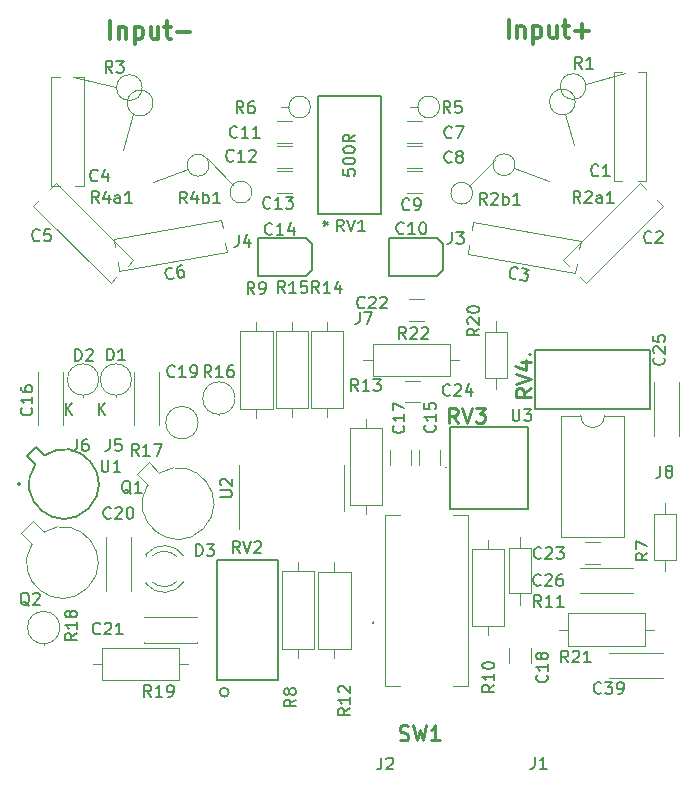
<source format=gbr>
%TF.GenerationSoftware,KiCad,Pcbnew,(5.1.9)-1*%
%TF.CreationDate,2021-05-24T21:10:04+02:00*%
%TF.ProjectId,DifferentialProbe,44696666-6572-4656-9e74-69616c50726f,rev?*%
%TF.SameCoordinates,Original*%
%TF.FileFunction,Legend,Top*%
%TF.FilePolarity,Positive*%
%FSLAX46Y46*%
G04 Gerber Fmt 4.6, Leading zero omitted, Abs format (unit mm)*
G04 Created by KiCad (PCBNEW (5.1.9)-1) date 2021-05-24 21:10:04*
%MOMM*%
%LPD*%
G01*
G04 APERTURE LIST*
%ADD10C,0.300000*%
%ADD11C,0.200000*%
%ADD12C,0.152400*%
%ADD13C,0.120000*%
%ADD14C,0.127000*%
%ADD15C,0.100000*%
%ADD16C,0.150000*%
%ADD17C,0.254000*%
G04 APERTURE END LIST*
D10*
X41817142Y98011428D02*
X41817142Y99511428D01*
X42531428Y99011428D02*
X42531428Y98011428D01*
X42531428Y98868571D02*
X42602857Y98940000D01*
X42745714Y99011428D01*
X42960000Y99011428D01*
X43102857Y98940000D01*
X43174285Y98797142D01*
X43174285Y98011428D01*
X43888571Y99011428D02*
X43888571Y97511428D01*
X43888571Y98940000D02*
X44031428Y99011428D01*
X44317142Y99011428D01*
X44460000Y98940000D01*
X44531428Y98868571D01*
X44602857Y98725714D01*
X44602857Y98297142D01*
X44531428Y98154285D01*
X44460000Y98082857D01*
X44317142Y98011428D01*
X44031428Y98011428D01*
X43888571Y98082857D01*
X45888571Y99011428D02*
X45888571Y98011428D01*
X45245714Y99011428D02*
X45245714Y98225714D01*
X45317142Y98082857D01*
X45460000Y98011428D01*
X45674285Y98011428D01*
X45817142Y98082857D01*
X45888571Y98154285D01*
X46388571Y99011428D02*
X46960000Y99011428D01*
X46602857Y99511428D02*
X46602857Y98225714D01*
X46674285Y98082857D01*
X46817142Y98011428D01*
X46960000Y98011428D01*
X47460000Y98582857D02*
X48602857Y98582857D01*
X48031428Y98011428D02*
X48031428Y99154285D01*
X8097142Y97961428D02*
X8097142Y99461428D01*
X8811428Y98961428D02*
X8811428Y97961428D01*
X8811428Y98818571D02*
X8882857Y98890000D01*
X9025714Y98961428D01*
X9240000Y98961428D01*
X9382857Y98890000D01*
X9454285Y98747142D01*
X9454285Y97961428D01*
X10168571Y98961428D02*
X10168571Y97461428D01*
X10168571Y98890000D02*
X10311428Y98961428D01*
X10597142Y98961428D01*
X10740000Y98890000D01*
X10811428Y98818571D01*
X10882857Y98675714D01*
X10882857Y98247142D01*
X10811428Y98104285D01*
X10740000Y98032857D01*
X10597142Y97961428D01*
X10311428Y97961428D01*
X10168571Y98032857D01*
X12168571Y98961428D02*
X12168571Y97961428D01*
X11525714Y98961428D02*
X11525714Y98175714D01*
X11597142Y98032857D01*
X11740000Y97961428D01*
X11954285Y97961428D01*
X12097142Y98032857D01*
X12168571Y98104285D01*
X12668571Y98961428D02*
X13240000Y98961428D01*
X12882857Y99461428D02*
X12882857Y98175714D01*
X12954285Y98032857D01*
X13097142Y97961428D01*
X13240000Y97961428D01*
X13740000Y98532857D02*
X14882857Y98532857D01*
D11*
%TO.C,RV4*%
X43685880Y71209000D02*
G75*
G03*
X43685880Y71209000I-79880J0D01*
G01*
X53790000Y71590000D02*
X53790000Y66590000D01*
X44090000Y71590000D02*
X53790000Y71590000D01*
X44090000Y66590000D02*
X44090000Y71590000D01*
X53790000Y66590000D02*
X44090000Y66590000D01*
D12*
%TO.C,RV2*%
X18126000Y42614000D02*
G75*
G03*
X18126000Y42614000I-381000J0D01*
G01*
X17110000Y43630000D02*
X22317000Y43630000D01*
X17110000Y53790000D02*
X17110000Y43630000D01*
X22317000Y53790000D02*
X17110000Y53790000D01*
X22317000Y43630000D02*
X22317000Y53790000D01*
D13*
%TO.C,C25*%
X56215000Y68850000D02*
X56230000Y68850000D01*
X54090000Y68850000D02*
X54105000Y68850000D01*
X56215000Y64310000D02*
X56230000Y64310000D01*
X54090000Y64310000D02*
X54105000Y64310000D01*
X56230000Y64310000D02*
X56230000Y68850000D01*
X54090000Y64310000D02*
X54090000Y68850000D01*
%TO.C,C15*%
X36040000Y61841000D02*
X36040000Y63099000D01*
X34200000Y61841000D02*
X34200000Y63099000D01*
%TO.C,R1*%
X47375127Y88937900D02*
X46553552Y91528671D01*
X51672935Y95075806D02*
X48374657Y94129479D01*
X48365270Y93894912D02*
G75*
G03*
X48365270Y93894912I-1085089J0D01*
G01*
X47451511Y92589931D02*
G75*
G03*
X47451511Y92589931I-1085088J0D01*
G01*
%TO.C,U3*%
X51580000Y66030000D02*
X49930000Y66030000D01*
X51580000Y55750000D02*
X51580000Y66030000D01*
X46280000Y55750000D02*
X51580000Y55750000D01*
X46280000Y66030000D02*
X46280000Y55750000D01*
X47930000Y66030000D02*
X46280000Y66030000D01*
X49930000Y66030000D02*
G75*
G02*
X47930000Y66030000I-1000000J0D01*
G01*
D14*
%TO.C,U1*%
X1810000Y63346000D02*
X2497000Y62659000D01*
X1064000Y62600000D02*
X1810000Y63346000D01*
X1751000Y61913000D02*
X1064000Y62600000D01*
D11*
X460000Y60240000D02*
G75*
G03*
X460000Y60240000I-100000J0D01*
G01*
D14*
X2497000Y62659000D02*
G75*
G02*
X1751000Y61913000I1669354J-2415354D01*
G01*
D11*
%TO.C,SW1*%
X30370000Y48490000D02*
X30370000Y48490000D01*
X30370000Y48590000D02*
X30370000Y48590000D01*
X30370000Y48490000D02*
X30370000Y48490000D01*
D15*
X37120000Y57640000D02*
X38370000Y57640000D01*
X37120000Y57640000D02*
X37120000Y57640000D01*
X38370000Y57640000D02*
X37120000Y57640000D01*
X38370000Y57640000D02*
X38370000Y57640000D01*
X38370000Y43140000D02*
X38370000Y43140000D01*
X38370000Y57640000D02*
X38370000Y43140000D01*
X38370000Y57640000D02*
X38370000Y57640000D01*
X38370000Y43140000D02*
X38370000Y57640000D01*
X38370000Y43140000D02*
X37120000Y43140000D01*
X38370000Y43140000D02*
X38370000Y43140000D01*
X37120000Y43140000D02*
X38370000Y43140000D01*
X37120000Y43140000D02*
X37120000Y43140000D01*
X31370000Y57640000D02*
X32620000Y57640000D01*
X31370000Y57640000D02*
X31370000Y57640000D01*
X32620000Y57640000D02*
X31370000Y57640000D01*
X32620000Y57640000D02*
X32620000Y57640000D01*
X31370000Y43140000D02*
X31370000Y43140000D01*
X31370000Y57640000D02*
X31370000Y43140000D01*
X31370000Y57640000D02*
X31370000Y57640000D01*
X31370000Y43140000D02*
X31370000Y57640000D01*
X31370000Y43140000D02*
X32620000Y43140000D01*
X31370000Y43140000D02*
X31370000Y43140000D01*
X32620000Y43140000D02*
X31370000Y43140000D01*
X32620000Y43140000D02*
X32620000Y43140000D01*
D11*
X30370000Y48590000D02*
G75*
G02*
X30370000Y48490000I0J-50000D01*
G01*
X30370000Y48490000D02*
G75*
G02*
X30370000Y48590000I0J50000D01*
G01*
X30370000Y48590000D02*
G75*
G02*
X30370000Y48490000I0J-50000D01*
G01*
%TO.C,RV3*%
X36515000Y61652000D02*
G75*
G03*
X36515000Y61652000I-57000J0D01*
G01*
X43480000Y65110000D02*
X36880000Y65110000D01*
X43480000Y58120000D02*
X43480000Y65110000D01*
X36880000Y58120000D02*
X43480000Y58120000D01*
X36880000Y65110000D02*
X36880000Y58120000D01*
D13*
%TO.C,R22*%
X37610000Y70750000D02*
X36840000Y70750000D01*
X29530000Y70750000D02*
X30300000Y70750000D01*
X36840000Y72120000D02*
X30300000Y72120000D01*
X36840000Y69380000D02*
X36840000Y72120000D01*
X30300000Y69380000D02*
X36840000Y69380000D01*
X30300000Y72120000D02*
X30300000Y69380000D01*
%TO.C,R21*%
X54160000Y47920000D02*
X53390000Y47920000D01*
X46080000Y47920000D02*
X46850000Y47920000D01*
X53390000Y49290000D02*
X46850000Y49290000D01*
X53390000Y46550000D02*
X53390000Y49290000D01*
X46850000Y46550000D02*
X53390000Y46550000D01*
X46850000Y49290000D02*
X46850000Y46550000D01*
%TO.C,R20*%
X40720000Y68310000D02*
X40720000Y69260000D01*
X40720000Y74050000D02*
X40720000Y73100000D01*
X41640000Y69260000D02*
X41640000Y73100000D01*
X39800000Y69260000D02*
X41640000Y69260000D01*
X39800000Y73100000D02*
X39800000Y69260000D01*
X41640000Y73100000D02*
X39800000Y73100000D01*
%TO.C,R19*%
X14670000Y44990000D02*
X13900000Y44990000D01*
X6590000Y44990000D02*
X7360000Y44990000D01*
X13900000Y46360000D02*
X7360000Y46360000D01*
X13900000Y43620000D02*
X13900000Y46360000D01*
X7360000Y43620000D02*
X13900000Y43620000D01*
X7360000Y46360000D02*
X7360000Y43620000D01*
%TO.C,R18*%
X2450000Y46720000D02*
X2450000Y46650000D01*
X3820000Y48090000D02*
G75*
G03*
X3820000Y48090000I-1370000J0D01*
G01*
%TO.C,R17*%
X14160000Y66810000D02*
X14160000Y66880000D01*
X15530000Y65440000D02*
G75*
G03*
X15530000Y65440000I-1370000J0D01*
G01*
%TO.C,R16*%
X17290000Y66150000D02*
X17290000Y66080000D01*
X18660000Y67520000D02*
G75*
G03*
X18660000Y67520000I-1370000J0D01*
G01*
%TO.C,R15*%
X23500000Y73970000D02*
X23500000Y73200000D01*
X23500000Y65890000D02*
X23500000Y66660000D01*
X22130000Y73200000D02*
X22130000Y66660000D01*
X24870000Y73200000D02*
X22130000Y73200000D01*
X24870000Y66660000D02*
X24870000Y73200000D01*
X22130000Y66660000D02*
X24870000Y66660000D01*
%TO.C,R13*%
X29740000Y65760000D02*
X29740000Y64990000D01*
X29740000Y57680000D02*
X29740000Y58450000D01*
X28370000Y64990000D02*
X28370000Y58450000D01*
X31110000Y64990000D02*
X28370000Y64990000D01*
X31110000Y58450000D02*
X31110000Y64990000D01*
X28370000Y58450000D02*
X31110000Y58450000D01*
%TO.C,R12*%
X27070000Y45520000D02*
X27070000Y46290000D01*
X27070000Y53600000D02*
X27070000Y52830000D01*
X28440000Y46290000D02*
X28440000Y52830000D01*
X25700000Y46290000D02*
X28440000Y46290000D01*
X25700000Y52830000D02*
X25700000Y46290000D01*
X28440000Y52830000D02*
X25700000Y52830000D01*
%TO.C,R11*%
X42770000Y55770000D02*
X42770000Y54820000D01*
X42770000Y50030000D02*
X42770000Y50980000D01*
X41850000Y54820000D02*
X41850000Y50980000D01*
X43690000Y54820000D02*
X41850000Y54820000D01*
X43690000Y50980000D02*
X43690000Y54820000D01*
X41850000Y50980000D02*
X43690000Y50980000D01*
%TO.C,R10*%
X40080000Y55540000D02*
X40080000Y54770000D01*
X40080000Y47460000D02*
X40080000Y48230000D01*
X38710000Y54770000D02*
X38710000Y48230000D01*
X41450000Y54770000D02*
X38710000Y54770000D01*
X41450000Y48230000D02*
X41450000Y54770000D01*
X38710000Y48230000D02*
X41450000Y48230000D01*
%TO.C,R9*%
X20460000Y73940000D02*
X20460000Y73170000D01*
X20460000Y65860000D02*
X20460000Y66630000D01*
X19090000Y73170000D02*
X19090000Y66630000D01*
X21830000Y73170000D02*
X19090000Y73170000D01*
X21830000Y66630000D02*
X21830000Y73170000D01*
X19090000Y66630000D02*
X21830000Y66630000D01*
%TO.C,R8*%
X24010000Y53620000D02*
X24010000Y52850000D01*
X24010000Y45540000D02*
X24010000Y46310000D01*
X22640000Y52850000D02*
X22640000Y46310000D01*
X25380000Y52850000D02*
X22640000Y52850000D01*
X25380000Y46310000D02*
X25380000Y52850000D01*
X22640000Y46310000D02*
X25380000Y46310000D01*
%TO.C,R7*%
X55040000Y58640000D02*
X55040000Y57690000D01*
X55040000Y52900000D02*
X55040000Y53850000D01*
X54120000Y57690000D02*
X54120000Y53850000D01*
X55960000Y57690000D02*
X54120000Y57690000D01*
X55960000Y53850000D02*
X55960000Y57690000D01*
X54120000Y53850000D02*
X55960000Y53850000D01*
%TO.C,Q2*%
X555552Y56088499D02*
X1467719Y55176331D01*
X1545501Y57078448D02*
X555552Y56088499D01*
X2457669Y56166281D02*
X1545501Y57078448D01*
X1467850Y55176544D02*
G75*
G03*
X2457669Y56166281I2572150J-1582544D01*
G01*
%TO.C,Q1*%
X10345552Y61084499D02*
X11257719Y60172331D01*
X11335501Y62074448D02*
X10345552Y61084499D01*
X12247669Y61162281D02*
X11335501Y62074448D01*
X11257850Y60172544D02*
G75*
G03*
X12247669Y61162281I2572150J-1582544D01*
G01*
%TO.C,D3*%
X11100000Y51970000D02*
X11100000Y51814000D01*
X11100000Y54286000D02*
X11100000Y54130000D01*
X13701130Y51970163D02*
G75*
G02*
X11619039Y51970000I-1041130J1079837D01*
G01*
X13701130Y54129837D02*
G75*
G03*
X11619039Y54130000I-1041130J-1079837D01*
G01*
X14332335Y51971392D02*
G75*
G02*
X11100000Y51814484I-1672335J1078608D01*
G01*
X14332335Y54128608D02*
G75*
G03*
X11100000Y54285516I-1672335J-1078608D01*
G01*
%TO.C,C39*%
X50350000Y45945000D02*
X50350000Y45960000D01*
X50350000Y43820000D02*
X50350000Y43835000D01*
X54890000Y45945000D02*
X54890000Y45960000D01*
X54890000Y43820000D02*
X54890000Y43835000D01*
X54890000Y45960000D02*
X50350000Y45960000D01*
X54890000Y43820000D02*
X50350000Y43820000D01*
%TO.C,C26*%
X47840000Y53125000D02*
X47840000Y53140000D01*
X47840000Y51000000D02*
X47840000Y51015000D01*
X52380000Y53125000D02*
X52380000Y53140000D01*
X52380000Y51000000D02*
X52380000Y51015000D01*
X52380000Y53140000D02*
X47840000Y53140000D01*
X52380000Y51000000D02*
X47840000Y51000000D01*
%TO.C,C24*%
X33081000Y67160000D02*
X34339000Y67160000D01*
X33081000Y69000000D02*
X34339000Y69000000D01*
%TO.C,C23*%
X48261000Y53490000D02*
X49519000Y53490000D01*
X48261000Y55330000D02*
X49519000Y55330000D01*
%TO.C,C22*%
X34619000Y75910000D02*
X33361000Y75910000D01*
X34619000Y74070000D02*
X33361000Y74070000D01*
%TO.C,C21*%
X15450000Y46835000D02*
X15450000Y46820000D01*
X15450000Y48960000D02*
X15450000Y48945000D01*
X10910000Y46835000D02*
X10910000Y46820000D01*
X10910000Y48960000D02*
X10910000Y48945000D01*
X10910000Y46820000D02*
X15450000Y46820000D01*
X10910000Y48960000D02*
X15450000Y48960000D01*
%TO.C,C20*%
X9815000Y55760000D02*
X9830000Y55760000D01*
X7690000Y55760000D02*
X7705000Y55760000D01*
X9815000Y51220000D02*
X9830000Y51220000D01*
X7690000Y51220000D02*
X7705000Y51220000D01*
X9830000Y51220000D02*
X9830000Y55760000D01*
X7690000Y51220000D02*
X7690000Y55760000D01*
%TO.C,C18*%
X43690000Y45111000D02*
X43690000Y46369000D01*
X41850000Y45111000D02*
X41850000Y46369000D01*
%TO.C,C17*%
X33580000Y61861000D02*
X33580000Y63119000D01*
X31740000Y61861000D02*
X31740000Y63119000D01*
%TO.C,U2*%
X27865000Y59880000D02*
X27865000Y61830000D01*
X27865000Y59880000D02*
X27865000Y57930000D01*
X18995000Y59880000D02*
X18995000Y61830000D01*
X18995000Y59880000D02*
X18995000Y56430000D01*
D14*
%TO.C,C14*%
X25190000Y80580000D02*
X24690000Y81080000D01*
X25190000Y78380000D02*
X24690000Y77880000D01*
X20590000Y77880000D02*
X24690000Y77880000D01*
X20590000Y81080000D02*
X20590000Y77880000D01*
X24690000Y81080000D02*
X20590000Y81080000D01*
X25190000Y78380000D02*
X25190000Y80580000D01*
%TO.C,C10*%
X36290000Y80580000D02*
X35790000Y81080000D01*
X36290000Y78380000D02*
X35790000Y77880000D01*
X31690000Y77880000D02*
X35790000Y77880000D01*
X31690000Y81080000D02*
X31690000Y77880000D01*
X35790000Y81080000D02*
X31690000Y81080000D01*
X36290000Y78380000D02*
X36290000Y80580000D01*
D13*
%TO.C,R14*%
X27800000Y73190000D02*
X25060000Y73190000D01*
X25060000Y73190000D02*
X25060000Y66650000D01*
X25060000Y66650000D02*
X27800000Y66650000D01*
X27800000Y66650000D02*
X27800000Y73190000D01*
X26430000Y73960000D02*
X26430000Y73190000D01*
X26430000Y65880000D02*
X26430000Y66650000D01*
%TO.C,D2*%
X7116371Y69088000D02*
G75*
G03*
X7116371Y69088000I-1326371J0D01*
G01*
X5790000Y67761629D02*
X5790000Y67648000D01*
%TO.C,D1*%
X9896371Y69088000D02*
G75*
G03*
X9896371Y69088000I-1326371J0D01*
G01*
X8570000Y67761629D02*
X8570000Y67648000D01*
%TO.C,C16*%
X1940000Y65220000D02*
X1940000Y69760000D01*
X4080000Y65220000D02*
X4080000Y69760000D01*
X1940000Y65220000D02*
X1955000Y65220000D01*
X4065000Y65220000D02*
X4080000Y65220000D01*
X1940000Y69760000D02*
X1955000Y69760000D01*
X4065000Y69760000D02*
X4080000Y69760000D01*
%TO.C,C19*%
X12240000Y69760000D02*
X12240000Y65220000D01*
X10100000Y69760000D02*
X10100000Y65220000D01*
X12240000Y69760000D02*
X12225000Y69760000D01*
X10115000Y69760000D02*
X10100000Y69760000D01*
X12240000Y65220000D02*
X12225000Y65220000D01*
X10115000Y65220000D02*
X10100000Y65220000D01*
D12*
%TO.C,RV1*%
X31027000Y83111600D02*
X31027000Y93068400D01*
X31027000Y93068400D02*
X25693000Y93068400D01*
X25693000Y93068400D02*
X25693000Y83111600D01*
X25693000Y83111600D02*
X31027000Y83111600D01*
D13*
%TO.C,C13*%
X22241000Y86740000D02*
X23499000Y86740000D01*
X22241000Y84900000D02*
X23499000Y84900000D01*
%TO.C,C12*%
X22241000Y88840000D02*
X23499000Y88840000D01*
X22241000Y87000000D02*
X23499000Y87000000D01*
%TO.C,C11*%
X22241000Y90970000D02*
X23499000Y90970000D01*
X22241000Y89130000D02*
X23499000Y89130000D01*
%TO.C,C9*%
X33231000Y86750000D02*
X34489000Y86750000D01*
X33231000Y84910000D02*
X34489000Y84910000D01*
%TO.C,C8*%
X33231000Y88860000D02*
X34489000Y88860000D01*
X33231000Y87020000D02*
X34489000Y87020000D01*
%TO.C,C7*%
X33231000Y90960000D02*
X34489000Y90960000D01*
X33231000Y89120000D02*
X34489000Y89120000D01*
%TO.C,R4b1*%
X20080000Y84950000D02*
G75*
G03*
X20080000Y84950000I-920000J0D01*
G01*
X18509462Y85600538D02*
X16275004Y87834996D01*
%TO.C,R4a1*%
X16440000Y87230000D02*
G75*
G03*
X16440000Y87230000I-920000J0D01*
G01*
X14655483Y86915341D02*
X11686054Y85834558D01*
%TO.C,R6*%
X25040000Y92160000D02*
G75*
G03*
X25040000Y92160000I-920000J0D01*
G01*
X23200000Y92160000D02*
X22580000Y92160000D01*
%TO.C,R5*%
X35970000Y92170000D02*
G75*
G03*
X35970000Y92170000I-920000J0D01*
G01*
X34130000Y92170000D02*
X33510000Y92170000D01*
%TO.C,R3*%
X9194873Y88557900D02*
X10005980Y91606457D01*
X4897065Y94695806D02*
X8580284Y93863979D01*
X10791036Y93806289D02*
G75*
G03*
X10791036Y93806289I-1085088J0D01*
G01*
X11704794Y92501307D02*
G75*
G03*
X11704794Y92501307I-1085088J0D01*
G01*
%TO.C,C6*%
X17964681Y79921887D02*
X8865057Y78317378D01*
X17488885Y82620261D02*
X8389261Y81015751D01*
X17964681Y79921887D02*
X17842259Y80616177D01*
X17611307Y81925971D02*
X17488885Y82620261D01*
X8865057Y78317378D02*
X8742635Y79011668D01*
X8511683Y80321462D02*
X8389261Y81015751D01*
%TO.C,C5*%
X8116447Y77276081D02*
X1582780Y83809747D01*
X10053919Y79213553D02*
X3520253Y85747220D01*
X8116447Y77276081D02*
X8614957Y77774591D01*
X9555409Y78715043D02*
X10053919Y79213553D01*
X1582780Y83809747D02*
X2081290Y84308258D01*
X3021742Y85248710D02*
X3520253Y85747220D01*
%TO.C,C4*%
X3090000Y85480000D02*
X3090000Y94720000D01*
X5830000Y85480000D02*
X5830000Y94720000D01*
X3090000Y85480000D02*
X3795000Y85480000D01*
X5125000Y85480000D02*
X5830000Y85480000D01*
X3090000Y94720000D02*
X3795000Y94720000D01*
X5125000Y94720000D02*
X5830000Y94720000D01*
%TO.C,C3*%
X38831115Y82450261D02*
X47930739Y80845751D01*
X38355319Y79751887D02*
X47454943Y78147378D01*
X38831115Y82450261D02*
X38708693Y81755971D01*
X38477741Y80446177D02*
X38355319Y79751887D01*
X47930739Y80845751D02*
X47808317Y80151462D01*
X47577365Y78841668D02*
X47454943Y78147378D01*
%TO.C,C2*%
X46446081Y79213553D02*
X52979747Y85747220D01*
X48383553Y77276081D02*
X54917220Y83809747D01*
X46446081Y79213553D02*
X46944591Y78715043D01*
X47885043Y77774591D02*
X48383553Y77276081D01*
X52979747Y85747220D02*
X53478258Y85248710D01*
X54418710Y84308258D02*
X54917220Y83809747D01*
%TO.C,R2b1*%
X38770000Y84860000D02*
G75*
G03*
X38770000Y84860000I-920000J0D01*
G01*
X38500538Y85510538D02*
X40734996Y87744996D01*
%TO.C,R2a1*%
X42350000Y87280000D02*
G75*
G03*
X42350000Y87280000I-920000J0D01*
G01*
X42294517Y86965341D02*
X45263946Y85884558D01*
%TO.C,C1*%
X50740000Y85910000D02*
X50740000Y95150000D01*
X53480000Y85910000D02*
X53480000Y95150000D01*
X50740000Y85910000D02*
X51445000Y85910000D01*
X52775000Y85910000D02*
X53480000Y85910000D01*
X50740000Y95150000D02*
X51445000Y95150000D01*
X52775000Y95150000D02*
X53480000Y95150000D01*
%TO.C,J8*%
D16*
X54676666Y61787619D02*
X54676666Y61073333D01*
X54629047Y60930476D01*
X54533809Y60835238D01*
X54390952Y60787619D01*
X54295714Y60787619D01*
X55295714Y61359047D02*
X55200476Y61406666D01*
X55152857Y61454285D01*
X55105238Y61549523D01*
X55105238Y61597142D01*
X55152857Y61692380D01*
X55200476Y61740000D01*
X55295714Y61787619D01*
X55486190Y61787619D01*
X55581428Y61740000D01*
X55629047Y61692380D01*
X55676666Y61597142D01*
X55676666Y61549523D01*
X55629047Y61454285D01*
X55581428Y61406666D01*
X55486190Y61359047D01*
X55295714Y61359047D01*
X55200476Y61311428D01*
X55152857Y61263809D01*
X55105238Y61168571D01*
X55105238Y60978095D01*
X55152857Y60882857D01*
X55200476Y60835238D01*
X55295714Y60787619D01*
X55486190Y60787619D01*
X55581428Y60835238D01*
X55629047Y60882857D01*
X55676666Y60978095D01*
X55676666Y61168571D01*
X55629047Y61263809D01*
X55581428Y61311428D01*
X55486190Y61359047D01*
%TO.C,J7*%
X29206666Y74797619D02*
X29206666Y74083333D01*
X29159047Y73940476D01*
X29063809Y73845238D01*
X28920952Y73797619D01*
X28825714Y73797619D01*
X29587619Y74797619D02*
X30254285Y74797619D01*
X29825714Y73797619D01*
%TO.C,J6*%
X5254666Y64047619D02*
X5254666Y63333333D01*
X5207047Y63190476D01*
X5111809Y63095238D01*
X4968952Y63047619D01*
X4873714Y63047619D01*
X6159428Y64047619D02*
X5968952Y64047619D01*
X5873714Y64000000D01*
X5826095Y63952380D01*
X5730857Y63809523D01*
X5683238Y63619047D01*
X5683238Y63238095D01*
X5730857Y63142857D01*
X5778476Y63095238D01*
X5873714Y63047619D01*
X6064190Y63047619D01*
X6159428Y63095238D01*
X6207047Y63142857D01*
X6254666Y63238095D01*
X6254666Y63476190D01*
X6207047Y63571428D01*
X6159428Y63619047D01*
X6064190Y63666666D01*
X5873714Y63666666D01*
X5778476Y63619047D01*
X5730857Y63571428D01*
X5683238Y63476190D01*
%TO.C,J5*%
X8048666Y64047619D02*
X8048666Y63333333D01*
X8001047Y63190476D01*
X7905809Y63095238D01*
X7762952Y63047619D01*
X7667714Y63047619D01*
X9001047Y64047619D02*
X8524857Y64047619D01*
X8477238Y63571428D01*
X8524857Y63619047D01*
X8620095Y63666666D01*
X8858190Y63666666D01*
X8953428Y63619047D01*
X9001047Y63571428D01*
X9048666Y63476190D01*
X9048666Y63238095D01*
X9001047Y63142857D01*
X8953428Y63095238D01*
X8858190Y63047619D01*
X8620095Y63047619D01*
X8524857Y63095238D01*
X8477238Y63142857D01*
%TO.C,J4*%
X18970666Y81327619D02*
X18970666Y80613333D01*
X18923047Y80470476D01*
X18827809Y80375238D01*
X18684952Y80327619D01*
X18589714Y80327619D01*
X19875428Y80994285D02*
X19875428Y80327619D01*
X19637333Y81375238D02*
X19399238Y80660952D01*
X20018285Y80660952D01*
%TO.C,J3*%
X37004666Y81581619D02*
X37004666Y80867333D01*
X36957047Y80724476D01*
X36861809Y80629238D01*
X36718952Y80581619D01*
X36623714Y80581619D01*
X37385619Y81581619D02*
X38004666Y81581619D01*
X37671333Y81200666D01*
X37814190Y81200666D01*
X37909428Y81153047D01*
X37957047Y81105428D01*
X38004666Y81010190D01*
X38004666Y80772095D01*
X37957047Y80676857D01*
X37909428Y80629238D01*
X37814190Y80581619D01*
X37528476Y80581619D01*
X37433238Y80629238D01*
X37385619Y80676857D01*
%TO.C,RV4*%
D17*
X43694523Y68364047D02*
X43089761Y67940714D01*
X43694523Y67638333D02*
X42424523Y67638333D01*
X42424523Y68122142D01*
X42485000Y68243095D01*
X42545476Y68303571D01*
X42666428Y68364047D01*
X42847857Y68364047D01*
X42968809Y68303571D01*
X43029285Y68243095D01*
X43089761Y68122142D01*
X43089761Y67638333D01*
X42424523Y68726904D02*
X43694523Y69150238D01*
X42424523Y69573571D01*
X42847857Y70541190D02*
X43694523Y70541190D01*
X42364047Y70238809D02*
X43271190Y69936428D01*
X43271190Y70722619D01*
%TO.C,RV2*%
D16*
X19054761Y54411619D02*
X18721428Y54887809D01*
X18483333Y54411619D02*
X18483333Y55411619D01*
X18864285Y55411619D01*
X18959523Y55364000D01*
X19007142Y55316380D01*
X19054761Y55221142D01*
X19054761Y55078285D01*
X19007142Y54983047D01*
X18959523Y54935428D01*
X18864285Y54887809D01*
X18483333Y54887809D01*
X19340476Y55411619D02*
X19673809Y54411619D01*
X20007142Y55411619D01*
X20292857Y55316380D02*
X20340476Y55364000D01*
X20435714Y55411619D01*
X20673809Y55411619D01*
X20769047Y55364000D01*
X20816666Y55316380D01*
X20864285Y55221142D01*
X20864285Y55125904D01*
X20816666Y54983047D01*
X20245238Y54411619D01*
X20864285Y54411619D01*
%TO.C,C25*%
X54967142Y70947142D02*
X55014761Y70899523D01*
X55062380Y70756666D01*
X55062380Y70661428D01*
X55014761Y70518571D01*
X54919523Y70423333D01*
X54824285Y70375714D01*
X54633809Y70328095D01*
X54490952Y70328095D01*
X54300476Y70375714D01*
X54205238Y70423333D01*
X54110000Y70518571D01*
X54062380Y70661428D01*
X54062380Y70756666D01*
X54110000Y70899523D01*
X54157619Y70947142D01*
X54157619Y71328095D02*
X54110000Y71375714D01*
X54062380Y71470952D01*
X54062380Y71709047D01*
X54110000Y71804285D01*
X54157619Y71851904D01*
X54252857Y71899523D01*
X54348095Y71899523D01*
X54490952Y71851904D01*
X55062380Y71280476D01*
X55062380Y71899523D01*
X54062380Y72804285D02*
X54062380Y72328095D01*
X54538571Y72280476D01*
X54490952Y72328095D01*
X54443333Y72423333D01*
X54443333Y72661428D01*
X54490952Y72756666D01*
X54538571Y72804285D01*
X54633809Y72851904D01*
X54871904Y72851904D01*
X54967142Y72804285D01*
X55014761Y72756666D01*
X55062380Y72661428D01*
X55062380Y72423333D01*
X55014761Y72328095D01*
X54967142Y72280476D01*
%TO.C,C15*%
X35577142Y65227142D02*
X35624761Y65179523D01*
X35672380Y65036666D01*
X35672380Y64941428D01*
X35624761Y64798571D01*
X35529523Y64703333D01*
X35434285Y64655714D01*
X35243809Y64608095D01*
X35100952Y64608095D01*
X34910476Y64655714D01*
X34815238Y64703333D01*
X34720000Y64798571D01*
X34672380Y64941428D01*
X34672380Y65036666D01*
X34720000Y65179523D01*
X34767619Y65227142D01*
X35672380Y66179523D02*
X35672380Y65608095D01*
X35672380Y65893809D02*
X34672380Y65893809D01*
X34815238Y65798571D01*
X34910476Y65703333D01*
X34958095Y65608095D01*
X34672380Y67084285D02*
X34672380Y66608095D01*
X35148571Y66560476D01*
X35100952Y66608095D01*
X35053333Y66703333D01*
X35053333Y66941428D01*
X35100952Y67036666D01*
X35148571Y67084285D01*
X35243809Y67131904D01*
X35481904Y67131904D01*
X35577142Y67084285D01*
X35624761Y67036666D01*
X35672380Y66941428D01*
X35672380Y66703333D01*
X35624761Y66608095D01*
X35577142Y66560476D01*
%TO.C,R1*%
X48013332Y95417619D02*
X47679999Y95893809D01*
X47441903Y95417619D02*
X47441903Y96417619D01*
X47822856Y96417619D01*
X47918094Y96370000D01*
X47965713Y96322380D01*
X48013332Y96227142D01*
X48013332Y96084285D01*
X47965713Y95989047D01*
X47918094Y95941428D01*
X47822856Y95893809D01*
X47441903Y95893809D01*
X48965713Y95417619D02*
X48394284Y95417619D01*
X48679999Y95417619D02*
X48679999Y96417619D01*
X48584760Y96274761D01*
X48489522Y96179523D01*
X48394284Y96131904D01*
%TO.C,U3*%
X42164095Y66587619D02*
X42164095Y65778095D01*
X42211714Y65682857D01*
X42259333Y65635238D01*
X42354571Y65587619D01*
X42545047Y65587619D01*
X42640285Y65635238D01*
X42687904Y65682857D01*
X42735523Y65778095D01*
X42735523Y66587619D01*
X43116476Y66587619D02*
X43735523Y66587619D01*
X43402190Y66206666D01*
X43545047Y66206666D01*
X43640285Y66159047D01*
X43687904Y66111428D01*
X43735523Y66016190D01*
X43735523Y65778095D01*
X43687904Y65682857D01*
X43640285Y65635238D01*
X43545047Y65587619D01*
X43259333Y65587619D01*
X43164095Y65635238D01*
X43116476Y65682857D01*
%TO.C,U1*%
X7366095Y62269619D02*
X7366095Y61460095D01*
X7413714Y61364857D01*
X7461333Y61317238D01*
X7556571Y61269619D01*
X7747047Y61269619D01*
X7842285Y61317238D01*
X7889904Y61364857D01*
X7937523Y61460095D01*
X7937523Y62269619D01*
X8937523Y61269619D02*
X8366095Y61269619D01*
X8651809Y61269619D02*
X8651809Y62269619D01*
X8556571Y62126761D01*
X8461333Y62031523D01*
X8366095Y61983904D01*
%TO.C,SW1*%
D17*
X32596666Y38601952D02*
X32778095Y38541476D01*
X33080476Y38541476D01*
X33201428Y38601952D01*
X33261904Y38662428D01*
X33322380Y38783380D01*
X33322380Y38904333D01*
X33261904Y39025285D01*
X33201428Y39085761D01*
X33080476Y39146238D01*
X32838571Y39206714D01*
X32717619Y39267190D01*
X32657142Y39327666D01*
X32596666Y39448619D01*
X32596666Y39569571D01*
X32657142Y39690523D01*
X32717619Y39751000D01*
X32838571Y39811476D01*
X33140952Y39811476D01*
X33322380Y39751000D01*
X33745714Y39811476D02*
X34048095Y38541476D01*
X34290000Y39448619D01*
X34531904Y38541476D01*
X34834285Y39811476D01*
X35983333Y38541476D02*
X35257619Y38541476D01*
X35620476Y38541476D02*
X35620476Y39811476D01*
X35499523Y39630047D01*
X35378571Y39509095D01*
X35257619Y39448619D01*
%TO.C,RV3*%
X37504047Y65425476D02*
X37080714Y66030238D01*
X36778333Y65425476D02*
X36778333Y66695476D01*
X37262142Y66695476D01*
X37383095Y66635000D01*
X37443571Y66574523D01*
X37504047Y66453571D01*
X37504047Y66272142D01*
X37443571Y66151190D01*
X37383095Y66090714D01*
X37262142Y66030238D01*
X36778333Y66030238D01*
X37866904Y66695476D02*
X38290238Y65425476D01*
X38713571Y66695476D01*
X39015952Y66695476D02*
X39802142Y66695476D01*
X39378809Y66211666D01*
X39560238Y66211666D01*
X39681190Y66151190D01*
X39741666Y66090714D01*
X39802142Y65969761D01*
X39802142Y65667380D01*
X39741666Y65546428D01*
X39681190Y65485952D01*
X39560238Y65425476D01*
X39197380Y65425476D01*
X39076428Y65485952D01*
X39015952Y65546428D01*
%TO.C,R22*%
D16*
X33117142Y72537619D02*
X32783809Y73013809D01*
X32545714Y72537619D02*
X32545714Y73537619D01*
X32926666Y73537619D01*
X33021904Y73490000D01*
X33069523Y73442380D01*
X33117142Y73347142D01*
X33117142Y73204285D01*
X33069523Y73109047D01*
X33021904Y73061428D01*
X32926666Y73013809D01*
X32545714Y73013809D01*
X33498095Y73442380D02*
X33545714Y73490000D01*
X33640952Y73537619D01*
X33879047Y73537619D01*
X33974285Y73490000D01*
X34021904Y73442380D01*
X34069523Y73347142D01*
X34069523Y73251904D01*
X34021904Y73109047D01*
X33450476Y72537619D01*
X34069523Y72537619D01*
X34450476Y73442380D02*
X34498095Y73490000D01*
X34593333Y73537619D01*
X34831428Y73537619D01*
X34926666Y73490000D01*
X34974285Y73442380D01*
X35021904Y73347142D01*
X35021904Y73251904D01*
X34974285Y73109047D01*
X34402857Y72537619D01*
X35021904Y72537619D01*
%TO.C,R21*%
X46855142Y45137619D02*
X46521809Y45613809D01*
X46283714Y45137619D02*
X46283714Y46137619D01*
X46664666Y46137619D01*
X46759904Y46090000D01*
X46807523Y46042380D01*
X46855142Y45947142D01*
X46855142Y45804285D01*
X46807523Y45709047D01*
X46759904Y45661428D01*
X46664666Y45613809D01*
X46283714Y45613809D01*
X47236095Y46042380D02*
X47283714Y46090000D01*
X47378952Y46137619D01*
X47617047Y46137619D01*
X47712285Y46090000D01*
X47759904Y46042380D01*
X47807523Y45947142D01*
X47807523Y45851904D01*
X47759904Y45709047D01*
X47188476Y45137619D01*
X47807523Y45137619D01*
X48759904Y45137619D02*
X48188476Y45137619D01*
X48474190Y45137619D02*
X48474190Y46137619D01*
X48378952Y45994761D01*
X48283714Y45899523D01*
X48188476Y45851904D01*
%TO.C,R20*%
X39322380Y73407142D02*
X38846190Y73073809D01*
X39322380Y72835714D02*
X38322380Y72835714D01*
X38322380Y73216666D01*
X38370000Y73311904D01*
X38417619Y73359523D01*
X38512857Y73407142D01*
X38655714Y73407142D01*
X38750952Y73359523D01*
X38798571Y73311904D01*
X38846190Y73216666D01*
X38846190Y72835714D01*
X38417619Y73788095D02*
X38370000Y73835714D01*
X38322380Y73930952D01*
X38322380Y74169047D01*
X38370000Y74264285D01*
X38417619Y74311904D01*
X38512857Y74359523D01*
X38608095Y74359523D01*
X38750952Y74311904D01*
X39322380Y73740476D01*
X39322380Y74359523D01*
X38322380Y74978571D02*
X38322380Y75073809D01*
X38370000Y75169047D01*
X38417619Y75216666D01*
X38512857Y75264285D01*
X38703333Y75311904D01*
X38941428Y75311904D01*
X39131904Y75264285D01*
X39227142Y75216666D01*
X39274761Y75169047D01*
X39322380Y75073809D01*
X39322380Y74978571D01*
X39274761Y74883333D01*
X39227142Y74835714D01*
X39131904Y74788095D01*
X38941428Y74740476D01*
X38703333Y74740476D01*
X38512857Y74788095D01*
X38417619Y74835714D01*
X38370000Y74883333D01*
X38322380Y74978571D01*
%TO.C,R19*%
X11549142Y42219619D02*
X11215809Y42695809D01*
X10977714Y42219619D02*
X10977714Y43219619D01*
X11358666Y43219619D01*
X11453904Y43172000D01*
X11501523Y43124380D01*
X11549142Y43029142D01*
X11549142Y42886285D01*
X11501523Y42791047D01*
X11453904Y42743428D01*
X11358666Y42695809D01*
X10977714Y42695809D01*
X12501523Y42219619D02*
X11930095Y42219619D01*
X12215809Y42219619D02*
X12215809Y43219619D01*
X12120571Y43076761D01*
X12025333Y42981523D01*
X11930095Y42933904D01*
X12977714Y42219619D02*
X13168190Y42219619D01*
X13263428Y42267238D01*
X13311047Y42314857D01*
X13406285Y42457714D01*
X13453904Y42648190D01*
X13453904Y43029142D01*
X13406285Y43124380D01*
X13358666Y43172000D01*
X13263428Y43219619D01*
X13072952Y43219619D01*
X12977714Y43172000D01*
X12930095Y43124380D01*
X12882476Y43029142D01*
X12882476Y42791047D01*
X12930095Y42695809D01*
X12977714Y42648190D01*
X13072952Y42600571D01*
X13263428Y42600571D01*
X13358666Y42648190D01*
X13406285Y42695809D01*
X13453904Y42791047D01*
%TO.C,R18*%
X5272380Y47617142D02*
X4796190Y47283809D01*
X5272380Y47045714D02*
X4272380Y47045714D01*
X4272380Y47426666D01*
X4320000Y47521904D01*
X4367619Y47569523D01*
X4462857Y47617142D01*
X4605714Y47617142D01*
X4700952Y47569523D01*
X4748571Y47521904D01*
X4796190Y47426666D01*
X4796190Y47045714D01*
X5272380Y48569523D02*
X5272380Y47998095D01*
X5272380Y48283809D02*
X4272380Y48283809D01*
X4415238Y48188571D01*
X4510476Y48093333D01*
X4558095Y47998095D01*
X4700952Y49140952D02*
X4653333Y49045714D01*
X4605714Y48998095D01*
X4510476Y48950476D01*
X4462857Y48950476D01*
X4367619Y48998095D01*
X4320000Y49045714D01*
X4272380Y49140952D01*
X4272380Y49331428D01*
X4320000Y49426666D01*
X4367619Y49474285D01*
X4462857Y49521904D01*
X4510476Y49521904D01*
X4605714Y49474285D01*
X4653333Y49426666D01*
X4700952Y49331428D01*
X4700952Y49140952D01*
X4748571Y49045714D01*
X4796190Y48998095D01*
X4891428Y48950476D01*
X5081904Y48950476D01*
X5177142Y48998095D01*
X5224761Y49045714D01*
X5272380Y49140952D01*
X5272380Y49331428D01*
X5224761Y49426666D01*
X5177142Y49474285D01*
X5081904Y49521904D01*
X4891428Y49521904D01*
X4796190Y49474285D01*
X4748571Y49426666D01*
X4700952Y49331428D01*
%TO.C,R17*%
X10487142Y62637619D02*
X10153809Y63113809D01*
X9915714Y62637619D02*
X9915714Y63637619D01*
X10296666Y63637619D01*
X10391904Y63590000D01*
X10439523Y63542380D01*
X10487142Y63447142D01*
X10487142Y63304285D01*
X10439523Y63209047D01*
X10391904Y63161428D01*
X10296666Y63113809D01*
X9915714Y63113809D01*
X11439523Y62637619D02*
X10868095Y62637619D01*
X11153809Y62637619D02*
X11153809Y63637619D01*
X11058571Y63494761D01*
X10963333Y63399523D01*
X10868095Y63351904D01*
X11772857Y63637619D02*
X12439523Y63637619D01*
X12010952Y62637619D01*
%TO.C,R16*%
X16647142Y69287619D02*
X16313809Y69763809D01*
X16075714Y69287619D02*
X16075714Y70287619D01*
X16456666Y70287619D01*
X16551904Y70240000D01*
X16599523Y70192380D01*
X16647142Y70097142D01*
X16647142Y69954285D01*
X16599523Y69859047D01*
X16551904Y69811428D01*
X16456666Y69763809D01*
X16075714Y69763809D01*
X17599523Y69287619D02*
X17028095Y69287619D01*
X17313809Y69287619D02*
X17313809Y70287619D01*
X17218571Y70144761D01*
X17123333Y70049523D01*
X17028095Y70001904D01*
X18456666Y70287619D02*
X18266190Y70287619D01*
X18170952Y70240000D01*
X18123333Y70192380D01*
X18028095Y70049523D01*
X17980476Y69859047D01*
X17980476Y69478095D01*
X18028095Y69382857D01*
X18075714Y69335238D01*
X18170952Y69287619D01*
X18361428Y69287619D01*
X18456666Y69335238D01*
X18504285Y69382857D01*
X18551904Y69478095D01*
X18551904Y69716190D01*
X18504285Y69811428D01*
X18456666Y69859047D01*
X18361428Y69906666D01*
X18170952Y69906666D01*
X18075714Y69859047D01*
X18028095Y69811428D01*
X17980476Y69716190D01*
%TO.C,R15*%
X22867142Y76417619D02*
X22533809Y76893809D01*
X22295714Y76417619D02*
X22295714Y77417619D01*
X22676666Y77417619D01*
X22771904Y77370000D01*
X22819523Y77322380D01*
X22867142Y77227142D01*
X22867142Y77084285D01*
X22819523Y76989047D01*
X22771904Y76941428D01*
X22676666Y76893809D01*
X22295714Y76893809D01*
X23819523Y76417619D02*
X23248095Y76417619D01*
X23533809Y76417619D02*
X23533809Y77417619D01*
X23438571Y77274761D01*
X23343333Y77179523D01*
X23248095Y77131904D01*
X24724285Y77417619D02*
X24248095Y77417619D01*
X24200476Y76941428D01*
X24248095Y76989047D01*
X24343333Y77036666D01*
X24581428Y77036666D01*
X24676666Y76989047D01*
X24724285Y76941428D01*
X24771904Y76846190D01*
X24771904Y76608095D01*
X24724285Y76512857D01*
X24676666Y76465238D01*
X24581428Y76417619D01*
X24343333Y76417619D01*
X24248095Y76465238D01*
X24200476Y76512857D01*
%TO.C,R13*%
X29075142Y68127619D02*
X28741809Y68603809D01*
X28503714Y68127619D02*
X28503714Y69127619D01*
X28884666Y69127619D01*
X28979904Y69080000D01*
X29027523Y69032380D01*
X29075142Y68937142D01*
X29075142Y68794285D01*
X29027523Y68699047D01*
X28979904Y68651428D01*
X28884666Y68603809D01*
X28503714Y68603809D01*
X30027523Y68127619D02*
X29456095Y68127619D01*
X29741809Y68127619D02*
X29741809Y69127619D01*
X29646571Y68984761D01*
X29551333Y68889523D01*
X29456095Y68841904D01*
X30360857Y69127619D02*
X30979904Y69127619D01*
X30646571Y68746666D01*
X30789428Y68746666D01*
X30884666Y68699047D01*
X30932285Y68651428D01*
X30979904Y68556190D01*
X30979904Y68318095D01*
X30932285Y68222857D01*
X30884666Y68175238D01*
X30789428Y68127619D01*
X30503714Y68127619D01*
X30408476Y68175238D01*
X30360857Y68222857D01*
%TO.C,R12*%
X28392380Y41267142D02*
X27916190Y40933809D01*
X28392380Y40695714D02*
X27392380Y40695714D01*
X27392380Y41076666D01*
X27440000Y41171904D01*
X27487619Y41219523D01*
X27582857Y41267142D01*
X27725714Y41267142D01*
X27820952Y41219523D01*
X27868571Y41171904D01*
X27916190Y41076666D01*
X27916190Y40695714D01*
X28392380Y42219523D02*
X28392380Y41648095D01*
X28392380Y41933809D02*
X27392380Y41933809D01*
X27535238Y41838571D01*
X27630476Y41743333D01*
X27678095Y41648095D01*
X27487619Y42600476D02*
X27440000Y42648095D01*
X27392380Y42743333D01*
X27392380Y42981428D01*
X27440000Y43076666D01*
X27487619Y43124285D01*
X27582857Y43171904D01*
X27678095Y43171904D01*
X27820952Y43124285D01*
X28392380Y42552857D01*
X28392380Y43171904D01*
%TO.C,R11*%
X44569142Y49839619D02*
X44235809Y50315809D01*
X43997714Y49839619D02*
X43997714Y50839619D01*
X44378666Y50839619D01*
X44473904Y50792000D01*
X44521523Y50744380D01*
X44569142Y50649142D01*
X44569142Y50506285D01*
X44521523Y50411047D01*
X44473904Y50363428D01*
X44378666Y50315809D01*
X43997714Y50315809D01*
X45521523Y49839619D02*
X44950095Y49839619D01*
X45235809Y49839619D02*
X45235809Y50839619D01*
X45140571Y50696761D01*
X45045333Y50601523D01*
X44950095Y50553904D01*
X46473904Y49839619D02*
X45902476Y49839619D01*
X46188190Y49839619D02*
X46188190Y50839619D01*
X46092952Y50696761D01*
X45997714Y50601523D01*
X45902476Y50553904D01*
%TO.C,R10*%
X40592380Y43247142D02*
X40116190Y42913809D01*
X40592380Y42675714D02*
X39592380Y42675714D01*
X39592380Y43056666D01*
X39640000Y43151904D01*
X39687619Y43199523D01*
X39782857Y43247142D01*
X39925714Y43247142D01*
X40020952Y43199523D01*
X40068571Y43151904D01*
X40116190Y43056666D01*
X40116190Y42675714D01*
X40592380Y44199523D02*
X40592380Y43628095D01*
X40592380Y43913809D02*
X39592380Y43913809D01*
X39735238Y43818571D01*
X39830476Y43723333D01*
X39878095Y43628095D01*
X39592380Y44818571D02*
X39592380Y44913809D01*
X39640000Y45009047D01*
X39687619Y45056666D01*
X39782857Y45104285D01*
X39973333Y45151904D01*
X40211428Y45151904D01*
X40401904Y45104285D01*
X40497142Y45056666D01*
X40544761Y45009047D01*
X40592380Y44913809D01*
X40592380Y44818571D01*
X40544761Y44723333D01*
X40497142Y44675714D01*
X40401904Y44628095D01*
X40211428Y44580476D01*
X39973333Y44580476D01*
X39782857Y44628095D01*
X39687619Y44675714D01*
X39640000Y44723333D01*
X39592380Y44818571D01*
%TO.C,R9*%
X20293333Y76337619D02*
X19960000Y76813809D01*
X19721904Y76337619D02*
X19721904Y77337619D01*
X20102857Y77337619D01*
X20198095Y77290000D01*
X20245714Y77242380D01*
X20293333Y77147142D01*
X20293333Y77004285D01*
X20245714Y76909047D01*
X20198095Y76861428D01*
X20102857Y76813809D01*
X19721904Y76813809D01*
X20769523Y76337619D02*
X20960000Y76337619D01*
X21055238Y76385238D01*
X21102857Y76432857D01*
X21198095Y76575714D01*
X21245714Y76766190D01*
X21245714Y77147142D01*
X21198095Y77242380D01*
X21150476Y77290000D01*
X21055238Y77337619D01*
X20864761Y77337619D01*
X20769523Y77290000D01*
X20721904Y77242380D01*
X20674285Y77147142D01*
X20674285Y76909047D01*
X20721904Y76813809D01*
X20769523Y76766190D01*
X20864761Y76718571D01*
X21055238Y76718571D01*
X21150476Y76766190D01*
X21198095Y76813809D01*
X21245714Y76909047D01*
%TO.C,R8*%
X23820380Y41997333D02*
X23344190Y41664000D01*
X23820380Y41425904D02*
X22820380Y41425904D01*
X22820380Y41806857D01*
X22868000Y41902095D01*
X22915619Y41949714D01*
X23010857Y41997333D01*
X23153714Y41997333D01*
X23248952Y41949714D01*
X23296571Y41902095D01*
X23344190Y41806857D01*
X23344190Y41425904D01*
X23248952Y42568761D02*
X23201333Y42473523D01*
X23153714Y42425904D01*
X23058476Y42378285D01*
X23010857Y42378285D01*
X22915619Y42425904D01*
X22868000Y42473523D01*
X22820380Y42568761D01*
X22820380Y42759238D01*
X22868000Y42854476D01*
X22915619Y42902095D01*
X23010857Y42949714D01*
X23058476Y42949714D01*
X23153714Y42902095D01*
X23201333Y42854476D01*
X23248952Y42759238D01*
X23248952Y42568761D01*
X23296571Y42473523D01*
X23344190Y42425904D01*
X23439428Y42378285D01*
X23629904Y42378285D01*
X23725142Y42425904D01*
X23772761Y42473523D01*
X23820380Y42568761D01*
X23820380Y42759238D01*
X23772761Y42854476D01*
X23725142Y42902095D01*
X23629904Y42949714D01*
X23439428Y42949714D01*
X23344190Y42902095D01*
X23296571Y42854476D01*
X23248952Y42759238D01*
%TO.C,R7*%
X53562380Y54393333D02*
X53086190Y54060000D01*
X53562380Y53821904D02*
X52562380Y53821904D01*
X52562380Y54202857D01*
X52610000Y54298095D01*
X52657619Y54345714D01*
X52752857Y54393333D01*
X52895714Y54393333D01*
X52990952Y54345714D01*
X53038571Y54298095D01*
X53086190Y54202857D01*
X53086190Y53821904D01*
X52562380Y54726666D02*
X52562380Y55393333D01*
X53562380Y54964761D01*
%TO.C,Q2*%
X1224761Y49946380D02*
X1129523Y49994000D01*
X1034285Y50089238D01*
X891428Y50232095D01*
X796190Y50279714D01*
X700952Y50279714D01*
X748571Y50041619D02*
X653333Y50089238D01*
X558095Y50184476D01*
X510476Y50374952D01*
X510476Y50708285D01*
X558095Y50898761D01*
X653333Y50994000D01*
X748571Y51041619D01*
X939047Y51041619D01*
X1034285Y50994000D01*
X1129523Y50898761D01*
X1177142Y50708285D01*
X1177142Y50374952D01*
X1129523Y50184476D01*
X1034285Y50089238D01*
X939047Y50041619D01*
X748571Y50041619D01*
X1558095Y50946380D02*
X1605714Y50994000D01*
X1700952Y51041619D01*
X1939047Y51041619D01*
X2034285Y50994000D01*
X2081904Y50946380D01*
X2129523Y50851142D01*
X2129523Y50755904D01*
X2081904Y50613047D01*
X1510476Y50041619D01*
X2129523Y50041619D01*
%TO.C,Q1*%
X9834761Y59412380D02*
X9739523Y59460000D01*
X9644285Y59555238D01*
X9501428Y59698095D01*
X9406190Y59745714D01*
X9310952Y59745714D01*
X9358571Y59507619D02*
X9263333Y59555238D01*
X9168095Y59650476D01*
X9120476Y59840952D01*
X9120476Y60174285D01*
X9168095Y60364761D01*
X9263333Y60460000D01*
X9358571Y60507619D01*
X9549047Y60507619D01*
X9644285Y60460000D01*
X9739523Y60364761D01*
X9787142Y60174285D01*
X9787142Y59840952D01*
X9739523Y59650476D01*
X9644285Y59555238D01*
X9549047Y59507619D01*
X9358571Y59507619D01*
X10739523Y59507619D02*
X10168095Y59507619D01*
X10453809Y59507619D02*
X10453809Y60507619D01*
X10358571Y60364761D01*
X10263333Y60269523D01*
X10168095Y60221904D01*
%TO.C,J2*%
X31036666Y37087619D02*
X31036666Y36373333D01*
X30989047Y36230476D01*
X30893809Y36135238D01*
X30750952Y36087619D01*
X30655714Y36087619D01*
X31465238Y36992380D02*
X31512857Y37040000D01*
X31608095Y37087619D01*
X31846190Y37087619D01*
X31941428Y37040000D01*
X31989047Y36992380D01*
X32036666Y36897142D01*
X32036666Y36801904D01*
X31989047Y36659047D01*
X31417619Y36087619D01*
X32036666Y36087619D01*
%TO.C,J1*%
X44046666Y37127619D02*
X44046666Y36413333D01*
X43999047Y36270476D01*
X43903809Y36175238D01*
X43760952Y36127619D01*
X43665714Y36127619D01*
X45046666Y36127619D02*
X44475238Y36127619D01*
X44760952Y36127619D02*
X44760952Y37127619D01*
X44665714Y36984761D01*
X44570476Y36889523D01*
X44475238Y36841904D01*
%TO.C,D3*%
X15341904Y54157619D02*
X15341904Y55157619D01*
X15580000Y55157619D01*
X15722857Y55110000D01*
X15818095Y55014761D01*
X15865714Y54919523D01*
X15913333Y54729047D01*
X15913333Y54586190D01*
X15865714Y54395714D01*
X15818095Y54300476D01*
X15722857Y54205238D01*
X15580000Y54157619D01*
X15341904Y54157619D01*
X16246666Y55157619D02*
X16865714Y55157619D01*
X16532380Y54776666D01*
X16675238Y54776666D01*
X16770476Y54729047D01*
X16818095Y54681428D01*
X16865714Y54586190D01*
X16865714Y54348095D01*
X16818095Y54252857D01*
X16770476Y54205238D01*
X16675238Y54157619D01*
X16389523Y54157619D01*
X16294285Y54205238D01*
X16246666Y54252857D01*
%TO.C,C39*%
X49649142Y42568857D02*
X49601523Y42521238D01*
X49458666Y42473619D01*
X49363428Y42473619D01*
X49220571Y42521238D01*
X49125333Y42616476D01*
X49077714Y42711714D01*
X49030095Y42902190D01*
X49030095Y43045047D01*
X49077714Y43235523D01*
X49125333Y43330761D01*
X49220571Y43426000D01*
X49363428Y43473619D01*
X49458666Y43473619D01*
X49601523Y43426000D01*
X49649142Y43378380D01*
X49982476Y43473619D02*
X50601523Y43473619D01*
X50268190Y43092666D01*
X50411047Y43092666D01*
X50506285Y43045047D01*
X50553904Y42997428D01*
X50601523Y42902190D01*
X50601523Y42664095D01*
X50553904Y42568857D01*
X50506285Y42521238D01*
X50411047Y42473619D01*
X50125333Y42473619D01*
X50030095Y42521238D01*
X49982476Y42568857D01*
X51077714Y42473619D02*
X51268190Y42473619D01*
X51363428Y42521238D01*
X51411047Y42568857D01*
X51506285Y42711714D01*
X51553904Y42902190D01*
X51553904Y43283142D01*
X51506285Y43378380D01*
X51458666Y43426000D01*
X51363428Y43473619D01*
X51172952Y43473619D01*
X51077714Y43426000D01*
X51030095Y43378380D01*
X50982476Y43283142D01*
X50982476Y43045047D01*
X51030095Y42949809D01*
X51077714Y42902190D01*
X51172952Y42854571D01*
X51363428Y42854571D01*
X51458666Y42902190D01*
X51506285Y42949809D01*
X51553904Y43045047D01*
%TO.C,C26*%
X44527142Y51712857D02*
X44479523Y51665238D01*
X44336666Y51617619D01*
X44241428Y51617619D01*
X44098571Y51665238D01*
X44003333Y51760476D01*
X43955714Y51855714D01*
X43908095Y52046190D01*
X43908095Y52189047D01*
X43955714Y52379523D01*
X44003333Y52474761D01*
X44098571Y52570000D01*
X44241428Y52617619D01*
X44336666Y52617619D01*
X44479523Y52570000D01*
X44527142Y52522380D01*
X44908095Y52522380D02*
X44955714Y52570000D01*
X45050952Y52617619D01*
X45289047Y52617619D01*
X45384285Y52570000D01*
X45431904Y52522380D01*
X45479523Y52427142D01*
X45479523Y52331904D01*
X45431904Y52189047D01*
X44860476Y51617619D01*
X45479523Y51617619D01*
X46336666Y52617619D02*
X46146190Y52617619D01*
X46050952Y52570000D01*
X46003333Y52522380D01*
X45908095Y52379523D01*
X45860476Y52189047D01*
X45860476Y51808095D01*
X45908095Y51712857D01*
X45955714Y51665238D01*
X46050952Y51617619D01*
X46241428Y51617619D01*
X46336666Y51665238D01*
X46384285Y51712857D01*
X46431904Y51808095D01*
X46431904Y52046190D01*
X46384285Y52141428D01*
X46336666Y52189047D01*
X46241428Y52236666D01*
X46050952Y52236666D01*
X45955714Y52189047D01*
X45908095Y52141428D01*
X45860476Y52046190D01*
%TO.C,C24*%
X36857142Y67802857D02*
X36809523Y67755238D01*
X36666666Y67707619D01*
X36571428Y67707619D01*
X36428571Y67755238D01*
X36333333Y67850476D01*
X36285714Y67945714D01*
X36238095Y68136190D01*
X36238095Y68279047D01*
X36285714Y68469523D01*
X36333333Y68564761D01*
X36428571Y68660000D01*
X36571428Y68707619D01*
X36666666Y68707619D01*
X36809523Y68660000D01*
X36857142Y68612380D01*
X37238095Y68612380D02*
X37285714Y68660000D01*
X37380952Y68707619D01*
X37619047Y68707619D01*
X37714285Y68660000D01*
X37761904Y68612380D01*
X37809523Y68517142D01*
X37809523Y68421904D01*
X37761904Y68279047D01*
X37190476Y67707619D01*
X37809523Y67707619D01*
X38666666Y68374285D02*
X38666666Y67707619D01*
X38428571Y68755238D02*
X38190476Y68040952D01*
X38809523Y68040952D01*
%TO.C,C23*%
X44569142Y53998857D02*
X44521523Y53951238D01*
X44378666Y53903619D01*
X44283428Y53903619D01*
X44140571Y53951238D01*
X44045333Y54046476D01*
X43997714Y54141714D01*
X43950095Y54332190D01*
X43950095Y54475047D01*
X43997714Y54665523D01*
X44045333Y54760761D01*
X44140571Y54856000D01*
X44283428Y54903619D01*
X44378666Y54903619D01*
X44521523Y54856000D01*
X44569142Y54808380D01*
X44950095Y54808380D02*
X44997714Y54856000D01*
X45092952Y54903619D01*
X45331047Y54903619D01*
X45426285Y54856000D01*
X45473904Y54808380D01*
X45521523Y54713142D01*
X45521523Y54617904D01*
X45473904Y54475047D01*
X44902476Y53903619D01*
X45521523Y53903619D01*
X45854857Y54903619D02*
X46473904Y54903619D01*
X46140571Y54522666D01*
X46283428Y54522666D01*
X46378666Y54475047D01*
X46426285Y54427428D01*
X46473904Y54332190D01*
X46473904Y54094095D01*
X46426285Y53998857D01*
X46378666Y53951238D01*
X46283428Y53903619D01*
X45997714Y53903619D01*
X45902476Y53951238D01*
X45854857Y53998857D01*
%TO.C,C22*%
X29617142Y75202857D02*
X29569523Y75155238D01*
X29426666Y75107619D01*
X29331428Y75107619D01*
X29188571Y75155238D01*
X29093333Y75250476D01*
X29045714Y75345714D01*
X28998095Y75536190D01*
X28998095Y75679047D01*
X29045714Y75869523D01*
X29093333Y75964761D01*
X29188571Y76060000D01*
X29331428Y76107619D01*
X29426666Y76107619D01*
X29569523Y76060000D01*
X29617142Y76012380D01*
X29998095Y76012380D02*
X30045714Y76060000D01*
X30140952Y76107619D01*
X30379047Y76107619D01*
X30474285Y76060000D01*
X30521904Y76012380D01*
X30569523Y75917142D01*
X30569523Y75821904D01*
X30521904Y75679047D01*
X29950476Y75107619D01*
X30569523Y75107619D01*
X30950476Y76012380D02*
X30998095Y76060000D01*
X31093333Y76107619D01*
X31331428Y76107619D01*
X31426666Y76060000D01*
X31474285Y76012380D01*
X31521904Y75917142D01*
X31521904Y75821904D01*
X31474285Y75679047D01*
X30902857Y75107619D01*
X31521904Y75107619D01*
%TO.C,C21*%
X7231142Y47602857D02*
X7183523Y47555238D01*
X7040666Y47507619D01*
X6945428Y47507619D01*
X6802571Y47555238D01*
X6707333Y47650476D01*
X6659714Y47745714D01*
X6612095Y47936190D01*
X6612095Y48079047D01*
X6659714Y48269523D01*
X6707333Y48364761D01*
X6802571Y48460000D01*
X6945428Y48507619D01*
X7040666Y48507619D01*
X7183523Y48460000D01*
X7231142Y48412380D01*
X7612095Y48412380D02*
X7659714Y48460000D01*
X7754952Y48507619D01*
X7993047Y48507619D01*
X8088285Y48460000D01*
X8135904Y48412380D01*
X8183523Y48317142D01*
X8183523Y48221904D01*
X8135904Y48079047D01*
X7564476Y47507619D01*
X8183523Y47507619D01*
X9135904Y47507619D02*
X8564476Y47507619D01*
X8850190Y47507619D02*
X8850190Y48507619D01*
X8754952Y48364761D01*
X8659714Y48269523D01*
X8564476Y48221904D01*
%TO.C,C20*%
X8137142Y57372857D02*
X8089523Y57325238D01*
X7946666Y57277619D01*
X7851428Y57277619D01*
X7708571Y57325238D01*
X7613333Y57420476D01*
X7565714Y57515714D01*
X7518095Y57706190D01*
X7518095Y57849047D01*
X7565714Y58039523D01*
X7613333Y58134761D01*
X7708571Y58230000D01*
X7851428Y58277619D01*
X7946666Y58277619D01*
X8089523Y58230000D01*
X8137142Y58182380D01*
X8518095Y58182380D02*
X8565714Y58230000D01*
X8660952Y58277619D01*
X8899047Y58277619D01*
X8994285Y58230000D01*
X9041904Y58182380D01*
X9089523Y58087142D01*
X9089523Y57991904D01*
X9041904Y57849047D01*
X8470476Y57277619D01*
X9089523Y57277619D01*
X9708571Y58277619D02*
X9803809Y58277619D01*
X9899047Y58230000D01*
X9946666Y58182380D01*
X9994285Y58087142D01*
X10041904Y57896666D01*
X10041904Y57658571D01*
X9994285Y57468095D01*
X9946666Y57372857D01*
X9899047Y57325238D01*
X9803809Y57277619D01*
X9708571Y57277619D01*
X9613333Y57325238D01*
X9565714Y57372857D01*
X9518095Y57468095D01*
X9470476Y57658571D01*
X9470476Y57896666D01*
X9518095Y58087142D01*
X9565714Y58182380D01*
X9613333Y58230000D01*
X9708571Y58277619D01*
%TO.C,C18*%
X45061142Y44061142D02*
X45108761Y44013523D01*
X45156380Y43870666D01*
X45156380Y43775428D01*
X45108761Y43632571D01*
X45013523Y43537333D01*
X44918285Y43489714D01*
X44727809Y43442095D01*
X44584952Y43442095D01*
X44394476Y43489714D01*
X44299238Y43537333D01*
X44204000Y43632571D01*
X44156380Y43775428D01*
X44156380Y43870666D01*
X44204000Y44013523D01*
X44251619Y44061142D01*
X45156380Y45013523D02*
X45156380Y44442095D01*
X45156380Y44727809D02*
X44156380Y44727809D01*
X44299238Y44632571D01*
X44394476Y44537333D01*
X44442095Y44442095D01*
X44584952Y45584952D02*
X44537333Y45489714D01*
X44489714Y45442095D01*
X44394476Y45394476D01*
X44346857Y45394476D01*
X44251619Y45442095D01*
X44204000Y45489714D01*
X44156380Y45584952D01*
X44156380Y45775428D01*
X44204000Y45870666D01*
X44251619Y45918285D01*
X44346857Y45965904D01*
X44394476Y45965904D01*
X44489714Y45918285D01*
X44537333Y45870666D01*
X44584952Y45775428D01*
X44584952Y45584952D01*
X44632571Y45489714D01*
X44680190Y45442095D01*
X44775428Y45394476D01*
X44965904Y45394476D01*
X45061142Y45442095D01*
X45108761Y45489714D01*
X45156380Y45584952D01*
X45156380Y45775428D01*
X45108761Y45870666D01*
X45061142Y45918285D01*
X44965904Y45965904D01*
X44775428Y45965904D01*
X44680190Y45918285D01*
X44632571Y45870666D01*
X44584952Y45775428D01*
%TO.C,C17*%
X32897142Y65187142D02*
X32944761Y65139523D01*
X32992380Y64996666D01*
X32992380Y64901428D01*
X32944761Y64758571D01*
X32849523Y64663333D01*
X32754285Y64615714D01*
X32563809Y64568095D01*
X32420952Y64568095D01*
X32230476Y64615714D01*
X32135238Y64663333D01*
X32040000Y64758571D01*
X31992380Y64901428D01*
X31992380Y64996666D01*
X32040000Y65139523D01*
X32087619Y65187142D01*
X32992380Y66139523D02*
X32992380Y65568095D01*
X32992380Y65853809D02*
X31992380Y65853809D01*
X32135238Y65758571D01*
X32230476Y65663333D01*
X32278095Y65568095D01*
X31992380Y66472857D02*
X31992380Y67139523D01*
X32992380Y66710952D01*
%TO.C,U2*%
X17392380Y59128095D02*
X18201904Y59128095D01*
X18297142Y59175714D01*
X18344761Y59223333D01*
X18392380Y59318571D01*
X18392380Y59509047D01*
X18344761Y59604285D01*
X18297142Y59651904D01*
X18201904Y59699523D01*
X17392380Y59699523D01*
X17487619Y60128095D02*
X17440000Y60175714D01*
X17392380Y60270952D01*
X17392380Y60509047D01*
X17440000Y60604285D01*
X17487619Y60651904D01*
X17582857Y60699523D01*
X17678095Y60699523D01*
X17820952Y60651904D01*
X18392380Y60080476D01*
X18392380Y60699523D01*
%TO.C,C14*%
X21797142Y81432857D02*
X21749523Y81385238D01*
X21606666Y81337619D01*
X21511428Y81337619D01*
X21368571Y81385238D01*
X21273333Y81480476D01*
X21225714Y81575714D01*
X21178095Y81766190D01*
X21178095Y81909047D01*
X21225714Y82099523D01*
X21273333Y82194761D01*
X21368571Y82290000D01*
X21511428Y82337619D01*
X21606666Y82337619D01*
X21749523Y82290000D01*
X21797142Y82242380D01*
X22749523Y81337619D02*
X22178095Y81337619D01*
X22463809Y81337619D02*
X22463809Y82337619D01*
X22368571Y82194761D01*
X22273333Y82099523D01*
X22178095Y82051904D01*
X23606666Y82004285D02*
X23606666Y81337619D01*
X23368571Y82385238D02*
X23130476Y81670952D01*
X23749523Y81670952D01*
%TO.C,C10*%
X32937142Y81492857D02*
X32889523Y81445238D01*
X32746666Y81397619D01*
X32651428Y81397619D01*
X32508571Y81445238D01*
X32413333Y81540476D01*
X32365714Y81635714D01*
X32318095Y81826190D01*
X32318095Y81969047D01*
X32365714Y82159523D01*
X32413333Y82254761D01*
X32508571Y82350000D01*
X32651428Y82397619D01*
X32746666Y82397619D01*
X32889523Y82350000D01*
X32937142Y82302380D01*
X33889523Y81397619D02*
X33318095Y81397619D01*
X33603809Y81397619D02*
X33603809Y82397619D01*
X33508571Y82254761D01*
X33413333Y82159523D01*
X33318095Y82111904D01*
X34508571Y82397619D02*
X34603809Y82397619D01*
X34699047Y82350000D01*
X34746666Y82302380D01*
X34794285Y82207142D01*
X34841904Y82016666D01*
X34841904Y81778571D01*
X34794285Y81588095D01*
X34746666Y81492857D01*
X34699047Y81445238D01*
X34603809Y81397619D01*
X34508571Y81397619D01*
X34413333Y81445238D01*
X34365714Y81492857D01*
X34318095Y81588095D01*
X34270476Y81778571D01*
X34270476Y82016666D01*
X34318095Y82207142D01*
X34365714Y82302380D01*
X34413333Y82350000D01*
X34508571Y82397619D01*
%TO.C,R14*%
X25767142Y76417619D02*
X25433809Y76893809D01*
X25195714Y76417619D02*
X25195714Y77417619D01*
X25576666Y77417619D01*
X25671904Y77370000D01*
X25719523Y77322380D01*
X25767142Y77227142D01*
X25767142Y77084285D01*
X25719523Y76989047D01*
X25671904Y76941428D01*
X25576666Y76893809D01*
X25195714Y76893809D01*
X26719523Y76417619D02*
X26148095Y76417619D01*
X26433809Y76417619D02*
X26433809Y77417619D01*
X26338571Y77274761D01*
X26243333Y77179523D01*
X26148095Y77131904D01*
X27576666Y77084285D02*
X27576666Y76417619D01*
X27338571Y77465238D02*
X27100476Y76750952D01*
X27719523Y76750952D01*
%TO.C,D2*%
X5103904Y70667619D02*
X5103904Y71667619D01*
X5342000Y71667619D01*
X5484857Y71620000D01*
X5580095Y71524761D01*
X5627714Y71429523D01*
X5675333Y71239047D01*
X5675333Y71096190D01*
X5627714Y70905714D01*
X5580095Y70810476D01*
X5484857Y70715238D01*
X5342000Y70667619D01*
X5103904Y70667619D01*
X6056285Y71572380D02*
X6103904Y71620000D01*
X6199142Y71667619D01*
X6437238Y71667619D01*
X6532476Y71620000D01*
X6580095Y71572380D01*
X6627714Y71477142D01*
X6627714Y71381904D01*
X6580095Y71239047D01*
X6008666Y70667619D01*
X6627714Y70667619D01*
X4310095Y66095619D02*
X4310095Y67095619D01*
X4881523Y66095619D02*
X4452952Y66667047D01*
X4881523Y67095619D02*
X4310095Y66524190D01*
%TO.C,D1*%
X7811904Y70701619D02*
X7811904Y71701619D01*
X8050000Y71701619D01*
X8192857Y71654000D01*
X8288095Y71558761D01*
X8335714Y71463523D01*
X8383333Y71273047D01*
X8383333Y71130190D01*
X8335714Y70939714D01*
X8288095Y70844476D01*
X8192857Y70749238D01*
X8050000Y70701619D01*
X7811904Y70701619D01*
X9335714Y70701619D02*
X8764285Y70701619D01*
X9050000Y70701619D02*
X9050000Y71701619D01*
X8954761Y71558761D01*
X8859523Y71463523D01*
X8764285Y71415904D01*
X7104095Y66095619D02*
X7104095Y67095619D01*
X7675523Y66095619D02*
X7246952Y66667047D01*
X7675523Y67095619D02*
X7104095Y66524190D01*
%TO.C,C16*%
X1397142Y66687142D02*
X1444761Y66639523D01*
X1492380Y66496666D01*
X1492380Y66401428D01*
X1444761Y66258571D01*
X1349523Y66163333D01*
X1254285Y66115714D01*
X1063809Y66068095D01*
X920952Y66068095D01*
X730476Y66115714D01*
X635238Y66163333D01*
X540000Y66258571D01*
X492380Y66401428D01*
X492380Y66496666D01*
X540000Y66639523D01*
X587619Y66687142D01*
X1492380Y67639523D02*
X1492380Y67068095D01*
X1492380Y67353809D02*
X492380Y67353809D01*
X635238Y67258571D01*
X730476Y67163333D01*
X778095Y67068095D01*
X492380Y68496666D02*
X492380Y68306190D01*
X540000Y68210952D01*
X587619Y68163333D01*
X730476Y68068095D01*
X920952Y68020476D01*
X1301904Y68020476D01*
X1397142Y68068095D01*
X1444761Y68115714D01*
X1492380Y68210952D01*
X1492380Y68401428D01*
X1444761Y68496666D01*
X1397142Y68544285D01*
X1301904Y68591904D01*
X1063809Y68591904D01*
X968571Y68544285D01*
X920952Y68496666D01*
X873333Y68401428D01*
X873333Y68210952D01*
X920952Y68115714D01*
X968571Y68068095D01*
X1063809Y68020476D01*
%TO.C,C19*%
X13537142Y69382857D02*
X13489523Y69335238D01*
X13346666Y69287619D01*
X13251428Y69287619D01*
X13108571Y69335238D01*
X13013333Y69430476D01*
X12965714Y69525714D01*
X12918095Y69716190D01*
X12918095Y69859047D01*
X12965714Y70049523D01*
X13013333Y70144761D01*
X13108571Y70240000D01*
X13251428Y70287619D01*
X13346666Y70287619D01*
X13489523Y70240000D01*
X13537142Y70192380D01*
X14489523Y69287619D02*
X13918095Y69287619D01*
X14203809Y69287619D02*
X14203809Y70287619D01*
X14108571Y70144761D01*
X14013333Y70049523D01*
X13918095Y70001904D01*
X14965714Y69287619D02*
X15156190Y69287619D01*
X15251428Y69335238D01*
X15299047Y69382857D01*
X15394285Y69525714D01*
X15441904Y69716190D01*
X15441904Y70097142D01*
X15394285Y70192380D01*
X15346666Y70240000D01*
X15251428Y70287619D01*
X15060952Y70287619D01*
X14965714Y70240000D01*
X14918095Y70192380D01*
X14870476Y70097142D01*
X14870476Y69859047D01*
X14918095Y69763809D01*
X14965714Y69716190D01*
X15060952Y69668571D01*
X15251428Y69668571D01*
X15346666Y69716190D01*
X15394285Y69763809D01*
X15441904Y69859047D01*
%TO.C,RV1*%
X27854761Y81637619D02*
X27521428Y82113809D01*
X27283333Y81637619D02*
X27283333Y82637619D01*
X27664285Y82637619D01*
X27759523Y82590000D01*
X27807142Y82542380D01*
X27854761Y82447142D01*
X27854761Y82304285D01*
X27807142Y82209047D01*
X27759523Y82161428D01*
X27664285Y82113809D01*
X27283333Y82113809D01*
X28140476Y82637619D02*
X28473809Y81637619D01*
X28807142Y82637619D01*
X29664285Y81637619D02*
X29092857Y81637619D01*
X29378571Y81637619D02*
X29378571Y82637619D01*
X29283333Y82494761D01*
X29188095Y82399523D01*
X29092857Y82351904D01*
X27812380Y86875714D02*
X27812380Y86399523D01*
X28288571Y86351904D01*
X28240952Y86399523D01*
X28193333Y86494761D01*
X28193333Y86732857D01*
X28240952Y86828095D01*
X28288571Y86875714D01*
X28383809Y86923333D01*
X28621904Y86923333D01*
X28717142Y86875714D01*
X28764761Y86828095D01*
X28812380Y86732857D01*
X28812380Y86494761D01*
X28764761Y86399523D01*
X28717142Y86351904D01*
X27812380Y87542380D02*
X27812380Y87637619D01*
X27860000Y87732857D01*
X27907619Y87780476D01*
X28002857Y87828095D01*
X28193333Y87875714D01*
X28431428Y87875714D01*
X28621904Y87828095D01*
X28717142Y87780476D01*
X28764761Y87732857D01*
X28812380Y87637619D01*
X28812380Y87542380D01*
X28764761Y87447142D01*
X28717142Y87399523D01*
X28621904Y87351904D01*
X28431428Y87304285D01*
X28193333Y87304285D01*
X28002857Y87351904D01*
X27907619Y87399523D01*
X27860000Y87447142D01*
X27812380Y87542380D01*
X27812380Y88494761D02*
X27812380Y88590000D01*
X27860000Y88685238D01*
X27907619Y88732857D01*
X28002857Y88780476D01*
X28193333Y88828095D01*
X28431428Y88828095D01*
X28621904Y88780476D01*
X28717142Y88732857D01*
X28764761Y88685238D01*
X28812380Y88590000D01*
X28812380Y88494761D01*
X28764761Y88399523D01*
X28717142Y88351904D01*
X28621904Y88304285D01*
X28431428Y88256666D01*
X28193333Y88256666D01*
X28002857Y88304285D01*
X27907619Y88351904D01*
X27860000Y88399523D01*
X27812380Y88494761D01*
X28812380Y89828095D02*
X28336190Y89494761D01*
X28812380Y89256666D02*
X27812380Y89256666D01*
X27812380Y89637619D01*
X27860000Y89732857D01*
X27907619Y89780476D01*
X28002857Y89828095D01*
X28145714Y89828095D01*
X28240952Y89780476D01*
X28288571Y89732857D01*
X28336190Y89637619D01*
X28336190Y89256666D01*
X26082380Y82310000D02*
X26320476Y82310000D01*
X26225238Y82071904D02*
X26320476Y82310000D01*
X26225238Y82548095D01*
X26510952Y82167142D02*
X26320476Y82310000D01*
X26510952Y82452857D01*
X26082380Y82310000D02*
X26320476Y82310000D01*
X26225238Y82071904D02*
X26320476Y82310000D01*
X26225238Y82548095D01*
X26510952Y82167142D02*
X26320476Y82310000D01*
X26510952Y82452857D01*
%TO.C,C13*%
X21647142Y83652857D02*
X21599523Y83605238D01*
X21456666Y83557619D01*
X21361428Y83557619D01*
X21218571Y83605238D01*
X21123333Y83700476D01*
X21075714Y83795714D01*
X21028095Y83986190D01*
X21028095Y84129047D01*
X21075714Y84319523D01*
X21123333Y84414761D01*
X21218571Y84510000D01*
X21361428Y84557619D01*
X21456666Y84557619D01*
X21599523Y84510000D01*
X21647142Y84462380D01*
X22599523Y83557619D02*
X22028095Y83557619D01*
X22313809Y83557619D02*
X22313809Y84557619D01*
X22218571Y84414761D01*
X22123333Y84319523D01*
X22028095Y84271904D01*
X22932857Y84557619D02*
X23551904Y84557619D01*
X23218571Y84176666D01*
X23361428Y84176666D01*
X23456666Y84129047D01*
X23504285Y84081428D01*
X23551904Y83986190D01*
X23551904Y83748095D01*
X23504285Y83652857D01*
X23456666Y83605238D01*
X23361428Y83557619D01*
X23075714Y83557619D01*
X22980476Y83605238D01*
X22932857Y83652857D01*
%TO.C,C12*%
X18527142Y87642857D02*
X18479523Y87595238D01*
X18336666Y87547619D01*
X18241428Y87547619D01*
X18098571Y87595238D01*
X18003333Y87690476D01*
X17955714Y87785714D01*
X17908095Y87976190D01*
X17908095Y88119047D01*
X17955714Y88309523D01*
X18003333Y88404761D01*
X18098571Y88500000D01*
X18241428Y88547619D01*
X18336666Y88547619D01*
X18479523Y88500000D01*
X18527142Y88452380D01*
X19479523Y87547619D02*
X18908095Y87547619D01*
X19193809Y87547619D02*
X19193809Y88547619D01*
X19098571Y88404761D01*
X19003333Y88309523D01*
X18908095Y88261904D01*
X19860476Y88452380D02*
X19908095Y88500000D01*
X20003333Y88547619D01*
X20241428Y88547619D01*
X20336666Y88500000D01*
X20384285Y88452380D01*
X20431904Y88357142D01*
X20431904Y88261904D01*
X20384285Y88119047D01*
X19812857Y87547619D01*
X20431904Y87547619D01*
%TO.C,C11*%
X18827142Y89642857D02*
X18779523Y89595238D01*
X18636666Y89547619D01*
X18541428Y89547619D01*
X18398571Y89595238D01*
X18303333Y89690476D01*
X18255714Y89785714D01*
X18208095Y89976190D01*
X18208095Y90119047D01*
X18255714Y90309523D01*
X18303333Y90404761D01*
X18398571Y90500000D01*
X18541428Y90547619D01*
X18636666Y90547619D01*
X18779523Y90500000D01*
X18827142Y90452380D01*
X19779523Y89547619D02*
X19208095Y89547619D01*
X19493809Y89547619D02*
X19493809Y90547619D01*
X19398571Y90404761D01*
X19303333Y90309523D01*
X19208095Y90261904D01*
X20731904Y89547619D02*
X20160476Y89547619D01*
X20446190Y89547619D02*
X20446190Y90547619D01*
X20350952Y90404761D01*
X20255714Y90309523D01*
X20160476Y90261904D01*
%TO.C,C9*%
X33413333Y83512857D02*
X33365714Y83465238D01*
X33222857Y83417619D01*
X33127619Y83417619D01*
X32984761Y83465238D01*
X32889523Y83560476D01*
X32841904Y83655714D01*
X32794285Y83846190D01*
X32794285Y83989047D01*
X32841904Y84179523D01*
X32889523Y84274761D01*
X32984761Y84370000D01*
X33127619Y84417619D01*
X33222857Y84417619D01*
X33365714Y84370000D01*
X33413333Y84322380D01*
X33889523Y83417619D02*
X34080000Y83417619D01*
X34175238Y83465238D01*
X34222857Y83512857D01*
X34318095Y83655714D01*
X34365714Y83846190D01*
X34365714Y84227142D01*
X34318095Y84322380D01*
X34270476Y84370000D01*
X34175238Y84417619D01*
X33984761Y84417619D01*
X33889523Y84370000D01*
X33841904Y84322380D01*
X33794285Y84227142D01*
X33794285Y83989047D01*
X33841904Y83893809D01*
X33889523Y83846190D01*
X33984761Y83798571D01*
X34175238Y83798571D01*
X34270476Y83846190D01*
X34318095Y83893809D01*
X34365714Y83989047D01*
%TO.C,C8*%
X37003333Y87532857D02*
X36955714Y87485238D01*
X36812857Y87437619D01*
X36717619Y87437619D01*
X36574761Y87485238D01*
X36479523Y87580476D01*
X36431904Y87675714D01*
X36384285Y87866190D01*
X36384285Y88009047D01*
X36431904Y88199523D01*
X36479523Y88294761D01*
X36574761Y88390000D01*
X36717619Y88437619D01*
X36812857Y88437619D01*
X36955714Y88390000D01*
X37003333Y88342380D01*
X37574761Y88009047D02*
X37479523Y88056666D01*
X37431904Y88104285D01*
X37384285Y88199523D01*
X37384285Y88247142D01*
X37431904Y88342380D01*
X37479523Y88390000D01*
X37574761Y88437619D01*
X37765238Y88437619D01*
X37860476Y88390000D01*
X37908095Y88342380D01*
X37955714Y88247142D01*
X37955714Y88199523D01*
X37908095Y88104285D01*
X37860476Y88056666D01*
X37765238Y88009047D01*
X37574761Y88009047D01*
X37479523Y87961428D01*
X37431904Y87913809D01*
X37384285Y87818571D01*
X37384285Y87628095D01*
X37431904Y87532857D01*
X37479523Y87485238D01*
X37574761Y87437619D01*
X37765238Y87437619D01*
X37860476Y87485238D01*
X37908095Y87532857D01*
X37955714Y87628095D01*
X37955714Y87818571D01*
X37908095Y87913809D01*
X37860476Y87961428D01*
X37765238Y88009047D01*
%TO.C,C7*%
X37003333Y89612857D02*
X36955714Y89565238D01*
X36812857Y89517619D01*
X36717619Y89517619D01*
X36574761Y89565238D01*
X36479523Y89660476D01*
X36431904Y89755714D01*
X36384285Y89946190D01*
X36384285Y90089047D01*
X36431904Y90279523D01*
X36479523Y90374761D01*
X36574761Y90470000D01*
X36717619Y90517619D01*
X36812857Y90517619D01*
X36955714Y90470000D01*
X37003333Y90422380D01*
X37336666Y90517619D02*
X38003333Y90517619D01*
X37574761Y89517619D01*
%TO.C,R4b1*%
X14584761Y84007619D02*
X14251428Y84483809D01*
X14013333Y84007619D02*
X14013333Y85007619D01*
X14394285Y85007619D01*
X14489523Y84960000D01*
X14537142Y84912380D01*
X14584761Y84817142D01*
X14584761Y84674285D01*
X14537142Y84579047D01*
X14489523Y84531428D01*
X14394285Y84483809D01*
X14013333Y84483809D01*
X15441904Y84674285D02*
X15441904Y84007619D01*
X15203809Y85055238D02*
X14965714Y84340952D01*
X15584761Y84340952D01*
X15965714Y84007619D02*
X15965714Y85007619D01*
X15965714Y84626666D02*
X16060952Y84674285D01*
X16251428Y84674285D01*
X16346666Y84626666D01*
X16394285Y84579047D01*
X16441904Y84483809D01*
X16441904Y84198095D01*
X16394285Y84102857D01*
X16346666Y84055238D01*
X16251428Y84007619D01*
X16060952Y84007619D01*
X15965714Y84055238D01*
X17394285Y84007619D02*
X16822857Y84007619D01*
X17108571Y84007619D02*
X17108571Y85007619D01*
X17013333Y84864761D01*
X16918095Y84769523D01*
X16822857Y84721904D01*
%TO.C,R4a1*%
X7114761Y84037619D02*
X6781428Y84513809D01*
X6543333Y84037619D02*
X6543333Y85037619D01*
X6924285Y85037619D01*
X7019523Y84990000D01*
X7067142Y84942380D01*
X7114761Y84847142D01*
X7114761Y84704285D01*
X7067142Y84609047D01*
X7019523Y84561428D01*
X6924285Y84513809D01*
X6543333Y84513809D01*
X7971904Y84704285D02*
X7971904Y84037619D01*
X7733809Y85085238D02*
X7495714Y84370952D01*
X8114761Y84370952D01*
X8924285Y84037619D02*
X8924285Y84561428D01*
X8876666Y84656666D01*
X8781428Y84704285D01*
X8590952Y84704285D01*
X8495714Y84656666D01*
X8924285Y84085238D02*
X8829047Y84037619D01*
X8590952Y84037619D01*
X8495714Y84085238D01*
X8448095Y84180476D01*
X8448095Y84275714D01*
X8495714Y84370952D01*
X8590952Y84418571D01*
X8829047Y84418571D01*
X8924285Y84466190D01*
X9924285Y84037619D02*
X9352857Y84037619D01*
X9638571Y84037619D02*
X9638571Y85037619D01*
X9543333Y84894761D01*
X9448095Y84799523D01*
X9352857Y84751904D01*
%TO.C,R6*%
X19363333Y91647619D02*
X19030000Y92123809D01*
X18791904Y91647619D02*
X18791904Y92647619D01*
X19172857Y92647619D01*
X19268095Y92600000D01*
X19315714Y92552380D01*
X19363333Y92457142D01*
X19363333Y92314285D01*
X19315714Y92219047D01*
X19268095Y92171428D01*
X19172857Y92123809D01*
X18791904Y92123809D01*
X20220476Y92647619D02*
X20030000Y92647619D01*
X19934761Y92600000D01*
X19887142Y92552380D01*
X19791904Y92409523D01*
X19744285Y92219047D01*
X19744285Y91838095D01*
X19791904Y91742857D01*
X19839523Y91695238D01*
X19934761Y91647619D01*
X20125238Y91647619D01*
X20220476Y91695238D01*
X20268095Y91742857D01*
X20315714Y91838095D01*
X20315714Y92076190D01*
X20268095Y92171428D01*
X20220476Y92219047D01*
X20125238Y92266666D01*
X19934761Y92266666D01*
X19839523Y92219047D01*
X19791904Y92171428D01*
X19744285Y92076190D01*
%TO.C,R5*%
X36883333Y91667619D02*
X36550000Y92143809D01*
X36311904Y91667619D02*
X36311904Y92667619D01*
X36692857Y92667619D01*
X36788095Y92620000D01*
X36835714Y92572380D01*
X36883333Y92477142D01*
X36883333Y92334285D01*
X36835714Y92239047D01*
X36788095Y92191428D01*
X36692857Y92143809D01*
X36311904Y92143809D01*
X37788095Y92667619D02*
X37311904Y92667619D01*
X37264285Y92191428D01*
X37311904Y92239047D01*
X37407142Y92286666D01*
X37645238Y92286666D01*
X37740476Y92239047D01*
X37788095Y92191428D01*
X37835714Y92096190D01*
X37835714Y91858095D01*
X37788095Y91762857D01*
X37740476Y91715238D01*
X37645238Y91667619D01*
X37407142Y91667619D01*
X37311904Y91715238D01*
X37264285Y91762857D01*
%TO.C,R3*%
X8273333Y95067619D02*
X7940000Y95543809D01*
X7701904Y95067619D02*
X7701904Y96067619D01*
X8082857Y96067619D01*
X8178095Y96020000D01*
X8225714Y95972380D01*
X8273333Y95877142D01*
X8273333Y95734285D01*
X8225714Y95639047D01*
X8178095Y95591428D01*
X8082857Y95543809D01*
X7701904Y95543809D01*
X8606666Y96067619D02*
X9225714Y96067619D01*
X8892380Y95686666D01*
X9035238Y95686666D01*
X9130476Y95639047D01*
X9178095Y95591428D01*
X9225714Y95496190D01*
X9225714Y95258095D01*
X9178095Y95162857D01*
X9130476Y95115238D01*
X9035238Y95067619D01*
X8749523Y95067619D01*
X8654285Y95115238D01*
X8606666Y95162857D01*
%TO.C,C6*%
X13447882Y77709340D02*
X13409255Y77654176D01*
X13276838Y77582473D01*
X13183046Y77565935D01*
X13034091Y77588024D01*
X12923761Y77665277D01*
X12860328Y77750799D01*
X12780356Y77930113D01*
X12755550Y78070800D01*
X12769369Y78266651D01*
X12799727Y78368711D01*
X12876980Y78479040D01*
X13009398Y78550743D01*
X13103189Y78567281D01*
X13252145Y78545192D01*
X13307310Y78506565D01*
X14134893Y78749198D02*
X13947310Y78716122D01*
X13861788Y78652689D01*
X13823161Y78597524D01*
X13754177Y78440299D01*
X13740357Y78244448D01*
X13806509Y77869283D01*
X13869943Y77783761D01*
X13925107Y77745134D01*
X14027167Y77714776D01*
X14214750Y77747852D01*
X14300272Y77811286D01*
X14338899Y77866450D01*
X14369256Y77968511D01*
X14327912Y78202989D01*
X14264478Y78288511D01*
X14209313Y78327137D01*
X14107253Y78357495D01*
X13919671Y78324419D01*
X13834149Y78260986D01*
X13795522Y78205821D01*
X13765164Y78103761D01*
%TO.C,C5*%
X2103333Y80902857D02*
X2055714Y80855238D01*
X1912857Y80807619D01*
X1817619Y80807619D01*
X1674761Y80855238D01*
X1579523Y80950476D01*
X1531904Y81045714D01*
X1484285Y81236190D01*
X1484285Y81379047D01*
X1531904Y81569523D01*
X1579523Y81664761D01*
X1674761Y81760000D01*
X1817619Y81807619D01*
X1912857Y81807619D01*
X2055714Y81760000D01*
X2103333Y81712380D01*
X3008095Y81807619D02*
X2531904Y81807619D01*
X2484285Y81331428D01*
X2531904Y81379047D01*
X2627142Y81426666D01*
X2865238Y81426666D01*
X2960476Y81379047D01*
X3008095Y81331428D01*
X3055714Y81236190D01*
X3055714Y80998095D01*
X3008095Y80902857D01*
X2960476Y80855238D01*
X2865238Y80807619D01*
X2627142Y80807619D01*
X2531904Y80855238D01*
X2484285Y80902857D01*
%TO.C,C4*%
X7013333Y85962857D02*
X6965714Y85915238D01*
X6822857Y85867619D01*
X6727619Y85867619D01*
X6584761Y85915238D01*
X6489523Y86010476D01*
X6441904Y86105714D01*
X6394285Y86296190D01*
X6394285Y86439047D01*
X6441904Y86629523D01*
X6489523Y86724761D01*
X6584761Y86820000D01*
X6727619Y86867619D01*
X6822857Y86867619D01*
X6965714Y86820000D01*
X7013333Y86772380D01*
X7870476Y86534285D02*
X7870476Y85867619D01*
X7632380Y86915238D02*
X7394285Y86200952D01*
X8013333Y86200952D01*
%TO.C,C3*%
X42453848Y77667224D02*
X42398683Y77628597D01*
X42249727Y77606508D01*
X42155936Y77623046D01*
X42023518Y77694749D01*
X41946265Y77805078D01*
X41915907Y77907138D01*
X41902087Y78102990D01*
X41926894Y78243676D01*
X42006866Y78422990D01*
X42070299Y78508512D01*
X42180628Y78585765D01*
X42329584Y78607854D01*
X42423375Y78591316D01*
X42555793Y78519614D01*
X42594420Y78464449D01*
X42939227Y78500358D02*
X43548870Y78392861D01*
X43154449Y78075579D01*
X43295136Y78050772D01*
X43380658Y77987339D01*
X43419285Y77932174D01*
X43449643Y77830114D01*
X43408298Y77595636D01*
X43344864Y77510114D01*
X43289700Y77471487D01*
X43187639Y77441129D01*
X42906266Y77490743D01*
X42820744Y77554177D01*
X42782117Y77609341D01*
%TO.C,C2*%
X53913333Y80732857D02*
X53865714Y80685238D01*
X53722857Y80637619D01*
X53627619Y80637619D01*
X53484761Y80685238D01*
X53389523Y80780476D01*
X53341904Y80875714D01*
X53294285Y81066190D01*
X53294285Y81209047D01*
X53341904Y81399523D01*
X53389523Y81494761D01*
X53484761Y81590000D01*
X53627619Y81637619D01*
X53722857Y81637619D01*
X53865714Y81590000D01*
X53913333Y81542380D01*
X54294285Y81542380D02*
X54341904Y81590000D01*
X54437142Y81637619D01*
X54675238Y81637619D01*
X54770476Y81590000D01*
X54818095Y81542380D01*
X54865714Y81447142D01*
X54865714Y81351904D01*
X54818095Y81209047D01*
X54246666Y80637619D01*
X54865714Y80637619D01*
%TO.C,R2b1*%
X39964761Y83897619D02*
X39631428Y84373809D01*
X39393333Y83897619D02*
X39393333Y84897619D01*
X39774285Y84897619D01*
X39869523Y84850000D01*
X39917142Y84802380D01*
X39964761Y84707142D01*
X39964761Y84564285D01*
X39917142Y84469047D01*
X39869523Y84421428D01*
X39774285Y84373809D01*
X39393333Y84373809D01*
X40345714Y84802380D02*
X40393333Y84850000D01*
X40488571Y84897619D01*
X40726666Y84897619D01*
X40821904Y84850000D01*
X40869523Y84802380D01*
X40917142Y84707142D01*
X40917142Y84611904D01*
X40869523Y84469047D01*
X40298095Y83897619D01*
X40917142Y83897619D01*
X41345714Y83897619D02*
X41345714Y84897619D01*
X41345714Y84516666D02*
X41440952Y84564285D01*
X41631428Y84564285D01*
X41726666Y84516666D01*
X41774285Y84469047D01*
X41821904Y84373809D01*
X41821904Y84088095D01*
X41774285Y83992857D01*
X41726666Y83945238D01*
X41631428Y83897619D01*
X41440952Y83897619D01*
X41345714Y83945238D01*
X42774285Y83897619D02*
X42202857Y83897619D01*
X42488571Y83897619D02*
X42488571Y84897619D01*
X42393333Y84754761D01*
X42298095Y84659523D01*
X42202857Y84611904D01*
%TO.C,R2a1*%
X47904761Y84037619D02*
X47571428Y84513809D01*
X47333333Y84037619D02*
X47333333Y85037619D01*
X47714285Y85037619D01*
X47809523Y84990000D01*
X47857142Y84942380D01*
X47904761Y84847142D01*
X47904761Y84704285D01*
X47857142Y84609047D01*
X47809523Y84561428D01*
X47714285Y84513809D01*
X47333333Y84513809D01*
X48285714Y84942380D02*
X48333333Y84990000D01*
X48428571Y85037619D01*
X48666666Y85037619D01*
X48761904Y84990000D01*
X48809523Y84942380D01*
X48857142Y84847142D01*
X48857142Y84751904D01*
X48809523Y84609047D01*
X48238095Y84037619D01*
X48857142Y84037619D01*
X49714285Y84037619D02*
X49714285Y84561428D01*
X49666666Y84656666D01*
X49571428Y84704285D01*
X49380952Y84704285D01*
X49285714Y84656666D01*
X49714285Y84085238D02*
X49619047Y84037619D01*
X49380952Y84037619D01*
X49285714Y84085238D01*
X49238095Y84180476D01*
X49238095Y84275714D01*
X49285714Y84370952D01*
X49380952Y84418571D01*
X49619047Y84418571D01*
X49714285Y84466190D01*
X50714285Y84037619D02*
X50142857Y84037619D01*
X50428571Y84037619D02*
X50428571Y85037619D01*
X50333333Y84894761D01*
X50238095Y84799523D01*
X50142857Y84751904D01*
%TO.C,C1*%
X49413333Y86392857D02*
X49365714Y86345238D01*
X49222857Y86297619D01*
X49127619Y86297619D01*
X48984761Y86345238D01*
X48889523Y86440476D01*
X48841904Y86535714D01*
X48794285Y86726190D01*
X48794285Y86869047D01*
X48841904Y87059523D01*
X48889523Y87154761D01*
X48984761Y87250000D01*
X49127619Y87297619D01*
X49222857Y87297619D01*
X49365714Y87250000D01*
X49413333Y87202380D01*
X50365714Y86297619D02*
X49794285Y86297619D01*
X50080000Y86297619D02*
X50080000Y87297619D01*
X49984761Y87154761D01*
X49889523Y87059523D01*
X49794285Y87011904D01*
%TD*%
M02*

</source>
